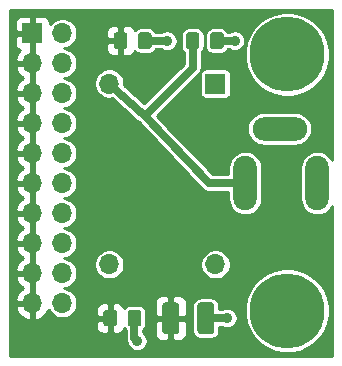
<source format=gtl>
G04 #@! TF.GenerationSoftware,KiCad,Pcbnew,(5.1.5)-3*
G04 #@! TF.CreationDate,2021-08-21T09:30:28-04:00*
G04 #@! TF.ProjectId,MINI360,4d494e49-3336-4302-9e6b-696361645f70,X1*
G04 #@! TF.SameCoordinates,Original*
G04 #@! TF.FileFunction,Copper,L1,Top*
G04 #@! TF.FilePolarity,Positive*
%FSLAX46Y46*%
G04 Gerber Fmt 4.6, Leading zero omitted, Abs format (unit mm)*
G04 Created by KiCad (PCBNEW (5.1.5)-3) date 2021-08-21 09:30:28*
%MOMM*%
%LPD*%
G04 APERTURE LIST*
%ADD10C,6.350000*%
%ADD11C,0.150000*%
%ADD12O,2.000000X4.600000*%
%ADD13O,4.600000X2.000000*%
%ADD14R,1.700000X1.700000*%
%ADD15O,1.700000X1.700000*%
%ADD16C,0.889000*%
%ADD17C,1.397000*%
%ADD18C,0.635000*%
%ADD19C,0.254000*%
G04 APERTURE END LIST*
D10*
X110490000Y-26035000D03*
X110490000Y-4348000D03*
G04 #@! TA.AperFunction,SMDPad,CuDef*
D11*
G36*
X104879505Y-2476204D02*
G01*
X104903773Y-2479804D01*
X104927572Y-2485765D01*
X104950671Y-2494030D01*
X104972850Y-2504520D01*
X104993893Y-2517132D01*
X105013599Y-2531747D01*
X105031777Y-2548223D01*
X105048253Y-2566401D01*
X105062868Y-2586107D01*
X105075480Y-2607150D01*
X105085970Y-2629329D01*
X105094235Y-2652428D01*
X105100196Y-2676227D01*
X105103796Y-2700495D01*
X105105000Y-2724999D01*
X105105000Y-3625001D01*
X105103796Y-3649505D01*
X105100196Y-3673773D01*
X105094235Y-3697572D01*
X105085970Y-3720671D01*
X105075480Y-3742850D01*
X105062868Y-3763893D01*
X105048253Y-3783599D01*
X105031777Y-3801777D01*
X105013599Y-3818253D01*
X104993893Y-3832868D01*
X104972850Y-3845480D01*
X104950671Y-3855970D01*
X104927572Y-3864235D01*
X104903773Y-3870196D01*
X104879505Y-3873796D01*
X104855001Y-3875000D01*
X104204999Y-3875000D01*
X104180495Y-3873796D01*
X104156227Y-3870196D01*
X104132428Y-3864235D01*
X104109329Y-3855970D01*
X104087150Y-3845480D01*
X104066107Y-3832868D01*
X104046401Y-3818253D01*
X104028223Y-3801777D01*
X104011747Y-3783599D01*
X103997132Y-3763893D01*
X103984520Y-3742850D01*
X103974030Y-3720671D01*
X103965765Y-3697572D01*
X103959804Y-3673773D01*
X103956204Y-3649505D01*
X103955000Y-3625001D01*
X103955000Y-2724999D01*
X103956204Y-2700495D01*
X103959804Y-2676227D01*
X103965765Y-2652428D01*
X103974030Y-2629329D01*
X103984520Y-2607150D01*
X103997132Y-2586107D01*
X104011747Y-2566401D01*
X104028223Y-2548223D01*
X104046401Y-2531747D01*
X104066107Y-2517132D01*
X104087150Y-2504520D01*
X104109329Y-2494030D01*
X104132428Y-2485765D01*
X104156227Y-2479804D01*
X104180495Y-2476204D01*
X104204999Y-2475000D01*
X104855001Y-2475000D01*
X104879505Y-2476204D01*
G37*
G04 #@! TD.AperFunction*
G04 #@! TA.AperFunction,SMDPad,CuDef*
G36*
X102829505Y-2476204D02*
G01*
X102853773Y-2479804D01*
X102877572Y-2485765D01*
X102900671Y-2494030D01*
X102922850Y-2504520D01*
X102943893Y-2517132D01*
X102963599Y-2531747D01*
X102981777Y-2548223D01*
X102998253Y-2566401D01*
X103012868Y-2586107D01*
X103025480Y-2607150D01*
X103035970Y-2629329D01*
X103044235Y-2652428D01*
X103050196Y-2676227D01*
X103053796Y-2700495D01*
X103055000Y-2724999D01*
X103055000Y-3625001D01*
X103053796Y-3649505D01*
X103050196Y-3673773D01*
X103044235Y-3697572D01*
X103035970Y-3720671D01*
X103025480Y-3742850D01*
X103012868Y-3763893D01*
X102998253Y-3783599D01*
X102981777Y-3801777D01*
X102963599Y-3818253D01*
X102943893Y-3832868D01*
X102922850Y-3845480D01*
X102900671Y-3855970D01*
X102877572Y-3864235D01*
X102853773Y-3870196D01*
X102829505Y-3873796D01*
X102805001Y-3875000D01*
X102154999Y-3875000D01*
X102130495Y-3873796D01*
X102106227Y-3870196D01*
X102082428Y-3864235D01*
X102059329Y-3855970D01*
X102037150Y-3845480D01*
X102016107Y-3832868D01*
X101996401Y-3818253D01*
X101978223Y-3801777D01*
X101961747Y-3783599D01*
X101947132Y-3763893D01*
X101934520Y-3742850D01*
X101924030Y-3720671D01*
X101915765Y-3697572D01*
X101909804Y-3673773D01*
X101906204Y-3649505D01*
X101905000Y-3625001D01*
X101905000Y-2724999D01*
X101906204Y-2700495D01*
X101909804Y-2676227D01*
X101915765Y-2652428D01*
X101924030Y-2629329D01*
X101934520Y-2607150D01*
X101947132Y-2586107D01*
X101961747Y-2566401D01*
X101978223Y-2548223D01*
X101996401Y-2531747D01*
X102016107Y-2517132D01*
X102037150Y-2504520D01*
X102059329Y-2494030D01*
X102082428Y-2485765D01*
X102106227Y-2479804D01*
X102130495Y-2476204D01*
X102154999Y-2475000D01*
X102805001Y-2475000D01*
X102829505Y-2476204D01*
G37*
G04 #@! TD.AperFunction*
G04 #@! TA.AperFunction,SMDPad,CuDef*
G36*
X97894505Y-25971204D02*
G01*
X97918773Y-25974804D01*
X97942572Y-25980765D01*
X97965671Y-25989030D01*
X97987850Y-25999520D01*
X98008893Y-26012132D01*
X98028599Y-26026747D01*
X98046777Y-26043223D01*
X98063253Y-26061401D01*
X98077868Y-26081107D01*
X98090480Y-26102150D01*
X98100970Y-26124329D01*
X98109235Y-26147428D01*
X98115196Y-26171227D01*
X98118796Y-26195495D01*
X98120000Y-26219999D01*
X98120000Y-27120001D01*
X98118796Y-27144505D01*
X98115196Y-27168773D01*
X98109235Y-27192572D01*
X98100970Y-27215671D01*
X98090480Y-27237850D01*
X98077868Y-27258893D01*
X98063253Y-27278599D01*
X98046777Y-27296777D01*
X98028599Y-27313253D01*
X98008893Y-27327868D01*
X97987850Y-27340480D01*
X97965671Y-27350970D01*
X97942572Y-27359235D01*
X97918773Y-27365196D01*
X97894505Y-27368796D01*
X97870001Y-27370000D01*
X97219999Y-27370000D01*
X97195495Y-27368796D01*
X97171227Y-27365196D01*
X97147428Y-27359235D01*
X97124329Y-27350970D01*
X97102150Y-27340480D01*
X97081107Y-27327868D01*
X97061401Y-27313253D01*
X97043223Y-27296777D01*
X97026747Y-27278599D01*
X97012132Y-27258893D01*
X96999520Y-27237850D01*
X96989030Y-27215671D01*
X96980765Y-27192572D01*
X96974804Y-27168773D01*
X96971204Y-27144505D01*
X96970000Y-27120001D01*
X96970000Y-26219999D01*
X96971204Y-26195495D01*
X96974804Y-26171227D01*
X96980765Y-26147428D01*
X96989030Y-26124329D01*
X96999520Y-26102150D01*
X97012132Y-26081107D01*
X97026747Y-26061401D01*
X97043223Y-26043223D01*
X97061401Y-26026747D01*
X97081107Y-26012132D01*
X97102150Y-25999520D01*
X97124329Y-25989030D01*
X97147428Y-25980765D01*
X97171227Y-25974804D01*
X97195495Y-25971204D01*
X97219999Y-25970000D01*
X97870001Y-25970000D01*
X97894505Y-25971204D01*
G37*
G04 #@! TD.AperFunction*
G04 #@! TA.AperFunction,SMDPad,CuDef*
G36*
X95844505Y-25971204D02*
G01*
X95868773Y-25974804D01*
X95892572Y-25980765D01*
X95915671Y-25989030D01*
X95937850Y-25999520D01*
X95958893Y-26012132D01*
X95978599Y-26026747D01*
X95996777Y-26043223D01*
X96013253Y-26061401D01*
X96027868Y-26081107D01*
X96040480Y-26102150D01*
X96050970Y-26124329D01*
X96059235Y-26147428D01*
X96065196Y-26171227D01*
X96068796Y-26195495D01*
X96070000Y-26219999D01*
X96070000Y-27120001D01*
X96068796Y-27144505D01*
X96065196Y-27168773D01*
X96059235Y-27192572D01*
X96050970Y-27215671D01*
X96040480Y-27237850D01*
X96027868Y-27258893D01*
X96013253Y-27278599D01*
X95996777Y-27296777D01*
X95978599Y-27313253D01*
X95958893Y-27327868D01*
X95937850Y-27340480D01*
X95915671Y-27350970D01*
X95892572Y-27359235D01*
X95868773Y-27365196D01*
X95844505Y-27368796D01*
X95820001Y-27370000D01*
X95169999Y-27370000D01*
X95145495Y-27368796D01*
X95121227Y-27365196D01*
X95097428Y-27359235D01*
X95074329Y-27350970D01*
X95052150Y-27340480D01*
X95031107Y-27327868D01*
X95011401Y-27313253D01*
X94993223Y-27296777D01*
X94976747Y-27278599D01*
X94962132Y-27258893D01*
X94949520Y-27237850D01*
X94939030Y-27215671D01*
X94930765Y-27192572D01*
X94924804Y-27168773D01*
X94921204Y-27144505D01*
X94920000Y-27120001D01*
X94920000Y-26219999D01*
X94921204Y-26195495D01*
X94924804Y-26171227D01*
X94930765Y-26147428D01*
X94939030Y-26124329D01*
X94949520Y-26102150D01*
X94962132Y-26081107D01*
X94976747Y-26061401D01*
X94993223Y-26043223D01*
X95011401Y-26026747D01*
X95031107Y-26012132D01*
X95052150Y-25999520D01*
X95074329Y-25989030D01*
X95097428Y-25980765D01*
X95121227Y-25974804D01*
X95145495Y-25971204D01*
X95169999Y-25970000D01*
X95820001Y-25970000D01*
X95844505Y-25971204D01*
G37*
G04 #@! TD.AperFunction*
G04 #@! TA.AperFunction,SMDPad,CuDef*
G36*
X101107504Y-25346204D02*
G01*
X101131773Y-25349804D01*
X101155571Y-25355765D01*
X101178671Y-25364030D01*
X101200849Y-25374520D01*
X101221893Y-25387133D01*
X101241598Y-25401747D01*
X101259777Y-25418223D01*
X101276253Y-25436402D01*
X101290867Y-25456107D01*
X101303480Y-25477151D01*
X101313970Y-25499329D01*
X101322235Y-25522429D01*
X101328196Y-25546227D01*
X101331796Y-25570496D01*
X101333000Y-25595000D01*
X101333000Y-27745000D01*
X101331796Y-27769504D01*
X101328196Y-27793773D01*
X101322235Y-27817571D01*
X101313970Y-27840671D01*
X101303480Y-27862849D01*
X101290867Y-27883893D01*
X101276253Y-27903598D01*
X101259777Y-27921777D01*
X101241598Y-27938253D01*
X101221893Y-27952867D01*
X101200849Y-27965480D01*
X101178671Y-27975970D01*
X101155571Y-27984235D01*
X101131773Y-27990196D01*
X101107504Y-27993796D01*
X101083000Y-27995000D01*
X100158000Y-27995000D01*
X100133496Y-27993796D01*
X100109227Y-27990196D01*
X100085429Y-27984235D01*
X100062329Y-27975970D01*
X100040151Y-27965480D01*
X100019107Y-27952867D01*
X99999402Y-27938253D01*
X99981223Y-27921777D01*
X99964747Y-27903598D01*
X99950133Y-27883893D01*
X99937520Y-27862849D01*
X99927030Y-27840671D01*
X99918765Y-27817571D01*
X99912804Y-27793773D01*
X99909204Y-27769504D01*
X99908000Y-27745000D01*
X99908000Y-25595000D01*
X99909204Y-25570496D01*
X99912804Y-25546227D01*
X99918765Y-25522429D01*
X99927030Y-25499329D01*
X99937520Y-25477151D01*
X99950133Y-25456107D01*
X99964747Y-25436402D01*
X99981223Y-25418223D01*
X99999402Y-25401747D01*
X100019107Y-25387133D01*
X100040151Y-25374520D01*
X100062329Y-25364030D01*
X100085429Y-25355765D01*
X100109227Y-25349804D01*
X100133496Y-25346204D01*
X100158000Y-25345000D01*
X101083000Y-25345000D01*
X101107504Y-25346204D01*
G37*
G04 #@! TD.AperFunction*
G04 #@! TA.AperFunction,SMDPad,CuDef*
G36*
X104082504Y-25346204D02*
G01*
X104106773Y-25349804D01*
X104130571Y-25355765D01*
X104153671Y-25364030D01*
X104175849Y-25374520D01*
X104196893Y-25387133D01*
X104216598Y-25401747D01*
X104234777Y-25418223D01*
X104251253Y-25436402D01*
X104265867Y-25456107D01*
X104278480Y-25477151D01*
X104288970Y-25499329D01*
X104297235Y-25522429D01*
X104303196Y-25546227D01*
X104306796Y-25570496D01*
X104308000Y-25595000D01*
X104308000Y-27745000D01*
X104306796Y-27769504D01*
X104303196Y-27793773D01*
X104297235Y-27817571D01*
X104288970Y-27840671D01*
X104278480Y-27862849D01*
X104265867Y-27883893D01*
X104251253Y-27903598D01*
X104234777Y-27921777D01*
X104216598Y-27938253D01*
X104196893Y-27952867D01*
X104175849Y-27965480D01*
X104153671Y-27975970D01*
X104130571Y-27984235D01*
X104106773Y-27990196D01*
X104082504Y-27993796D01*
X104058000Y-27995000D01*
X103133000Y-27995000D01*
X103108496Y-27993796D01*
X103084227Y-27990196D01*
X103060429Y-27984235D01*
X103037329Y-27975970D01*
X103015151Y-27965480D01*
X102994107Y-27952867D01*
X102974402Y-27938253D01*
X102956223Y-27921777D01*
X102939747Y-27903598D01*
X102925133Y-27883893D01*
X102912520Y-27862849D01*
X102902030Y-27840671D01*
X102893765Y-27817571D01*
X102887804Y-27793773D01*
X102884204Y-27769504D01*
X102883000Y-27745000D01*
X102883000Y-25595000D01*
X102884204Y-25570496D01*
X102887804Y-25546227D01*
X102893765Y-25522429D01*
X102902030Y-25499329D01*
X102912520Y-25477151D01*
X102925133Y-25456107D01*
X102939747Y-25436402D01*
X102956223Y-25418223D01*
X102974402Y-25401747D01*
X102994107Y-25387133D01*
X103015151Y-25374520D01*
X103037329Y-25364030D01*
X103060429Y-25355765D01*
X103084227Y-25349804D01*
X103108496Y-25346204D01*
X103133000Y-25345000D01*
X104058000Y-25345000D01*
X104082504Y-25346204D01*
G37*
G04 #@! TD.AperFunction*
G04 #@! TA.AperFunction,SMDPad,CuDef*
G36*
X96724505Y-2476204D02*
G01*
X96748773Y-2479804D01*
X96772572Y-2485765D01*
X96795671Y-2494030D01*
X96817850Y-2504520D01*
X96838893Y-2517132D01*
X96858599Y-2531747D01*
X96876777Y-2548223D01*
X96893253Y-2566401D01*
X96907868Y-2586107D01*
X96920480Y-2607150D01*
X96930970Y-2629329D01*
X96939235Y-2652428D01*
X96945196Y-2676227D01*
X96948796Y-2700495D01*
X96950000Y-2724999D01*
X96950000Y-3625001D01*
X96948796Y-3649505D01*
X96945196Y-3673773D01*
X96939235Y-3697572D01*
X96930970Y-3720671D01*
X96920480Y-3742850D01*
X96907868Y-3763893D01*
X96893253Y-3783599D01*
X96876777Y-3801777D01*
X96858599Y-3818253D01*
X96838893Y-3832868D01*
X96817850Y-3845480D01*
X96795671Y-3855970D01*
X96772572Y-3864235D01*
X96748773Y-3870196D01*
X96724505Y-3873796D01*
X96700001Y-3875000D01*
X96049999Y-3875000D01*
X96025495Y-3873796D01*
X96001227Y-3870196D01*
X95977428Y-3864235D01*
X95954329Y-3855970D01*
X95932150Y-3845480D01*
X95911107Y-3832868D01*
X95891401Y-3818253D01*
X95873223Y-3801777D01*
X95856747Y-3783599D01*
X95842132Y-3763893D01*
X95829520Y-3742850D01*
X95819030Y-3720671D01*
X95810765Y-3697572D01*
X95804804Y-3673773D01*
X95801204Y-3649505D01*
X95800000Y-3625001D01*
X95800000Y-2724999D01*
X95801204Y-2700495D01*
X95804804Y-2676227D01*
X95810765Y-2652428D01*
X95819030Y-2629329D01*
X95829520Y-2607150D01*
X95842132Y-2586107D01*
X95856747Y-2566401D01*
X95873223Y-2548223D01*
X95891401Y-2531747D01*
X95911107Y-2517132D01*
X95932150Y-2504520D01*
X95954329Y-2494030D01*
X95977428Y-2485765D01*
X96001227Y-2479804D01*
X96025495Y-2476204D01*
X96049999Y-2475000D01*
X96700001Y-2475000D01*
X96724505Y-2476204D01*
G37*
G04 #@! TD.AperFunction*
G04 #@! TA.AperFunction,SMDPad,CuDef*
G36*
X98774505Y-2476204D02*
G01*
X98798773Y-2479804D01*
X98822572Y-2485765D01*
X98845671Y-2494030D01*
X98867850Y-2504520D01*
X98888893Y-2517132D01*
X98908599Y-2531747D01*
X98926777Y-2548223D01*
X98943253Y-2566401D01*
X98957868Y-2586107D01*
X98970480Y-2607150D01*
X98980970Y-2629329D01*
X98989235Y-2652428D01*
X98995196Y-2676227D01*
X98998796Y-2700495D01*
X99000000Y-2724999D01*
X99000000Y-3625001D01*
X98998796Y-3649505D01*
X98995196Y-3673773D01*
X98989235Y-3697572D01*
X98980970Y-3720671D01*
X98970480Y-3742850D01*
X98957868Y-3763893D01*
X98943253Y-3783599D01*
X98926777Y-3801777D01*
X98908599Y-3818253D01*
X98888893Y-3832868D01*
X98867850Y-3845480D01*
X98845671Y-3855970D01*
X98822572Y-3864235D01*
X98798773Y-3870196D01*
X98774505Y-3873796D01*
X98750001Y-3875000D01*
X98099999Y-3875000D01*
X98075495Y-3873796D01*
X98051227Y-3870196D01*
X98027428Y-3864235D01*
X98004329Y-3855970D01*
X97982150Y-3845480D01*
X97961107Y-3832868D01*
X97941401Y-3818253D01*
X97923223Y-3801777D01*
X97906747Y-3783599D01*
X97892132Y-3763893D01*
X97879520Y-3742850D01*
X97869030Y-3720671D01*
X97860765Y-3697572D01*
X97854804Y-3673773D01*
X97851204Y-3649505D01*
X97850000Y-3625001D01*
X97850000Y-2724999D01*
X97851204Y-2700495D01*
X97854804Y-2676227D01*
X97860765Y-2652428D01*
X97869030Y-2629329D01*
X97879520Y-2607150D01*
X97892132Y-2586107D01*
X97906747Y-2566401D01*
X97923223Y-2548223D01*
X97941401Y-2531747D01*
X97961107Y-2517132D01*
X97982150Y-2504520D01*
X98004329Y-2494030D01*
X98027428Y-2485765D01*
X98051227Y-2479804D01*
X98075495Y-2476204D01*
X98099999Y-2475000D01*
X98750001Y-2475000D01*
X98774505Y-2476204D01*
G37*
G04 #@! TD.AperFunction*
D12*
X113030000Y-15240000D03*
X106930000Y-15240000D03*
D13*
X109830000Y-10640000D03*
D14*
X104410000Y-6815000D03*
D15*
X104410000Y-22115000D03*
X95410000Y-6815000D03*
X95410000Y-22115000D03*
D14*
X88900000Y-2540000D03*
D15*
X91440000Y-2540000D03*
X88900000Y-5080000D03*
X91440000Y-5080000D03*
X88900000Y-7620000D03*
X91440000Y-7620000D03*
X88900000Y-10160000D03*
X91440000Y-10160000D03*
X88900000Y-12700000D03*
X91440000Y-12700000D03*
X88900000Y-15240000D03*
X91440000Y-15240000D03*
X88900000Y-17780000D03*
X91440000Y-17780000D03*
X88900000Y-20320000D03*
X91440000Y-20320000D03*
X88900000Y-22860000D03*
X91440000Y-22860000D03*
X88900000Y-25400000D03*
X91440000Y-25400000D03*
D16*
X100330000Y-3175000D03*
X106045000Y-3175000D03*
X97790000Y-28575000D03*
X105410000Y-26670000D03*
D17*
X93345000Y-16510000D03*
D18*
X104530000Y-3175000D02*
X106045000Y-3175000D01*
X98425000Y-3175000D02*
X100330000Y-3175000D01*
X97545000Y-26670000D02*
X97545000Y-28330000D01*
X97545000Y-28330000D02*
X97790000Y-28575000D01*
X103595500Y-26670000D02*
X105410000Y-26670000D01*
X91195000Y-25645000D02*
X91440000Y-25400000D01*
X102480000Y-3175000D02*
X102480000Y-4200000D01*
X106930000Y-15240000D02*
X103835000Y-15240000D01*
X102480000Y-5470000D02*
X98425000Y-9525000D01*
X102480000Y-3175000D02*
X102480000Y-5470000D01*
X103835000Y-15240000D02*
X98425000Y-9525000D01*
X98425000Y-9525000D02*
X95410000Y-6815000D01*
D19*
G36*
X114312700Y-13302409D02*
G01*
X114226258Y-13140686D01*
X114047334Y-12922666D01*
X113829314Y-12743742D01*
X113580577Y-12610790D01*
X113310682Y-12528918D01*
X113030000Y-12501273D01*
X112749319Y-12528918D01*
X112479424Y-12610790D01*
X112230687Y-12743742D01*
X112012667Y-12922666D01*
X111833743Y-13140686D01*
X111700791Y-13389423D01*
X111618919Y-13659318D01*
X111598201Y-13869670D01*
X111598200Y-16610329D01*
X111618918Y-16820681D01*
X111700790Y-17090576D01*
X111833742Y-17339313D01*
X112012666Y-17557333D01*
X112230686Y-17736258D01*
X112479423Y-17869210D01*
X112749318Y-17951082D01*
X113030000Y-17978727D01*
X113310681Y-17951082D01*
X113580576Y-17869210D01*
X113829313Y-17736258D01*
X114047333Y-17557334D01*
X114226258Y-17339314D01*
X114312701Y-17177590D01*
X114312701Y-29857700D01*
X86982300Y-29857700D01*
X86982300Y-27370000D01*
X94281928Y-27370000D01*
X94294188Y-27494482D01*
X94330498Y-27614180D01*
X94389463Y-27724494D01*
X94468815Y-27821185D01*
X94565506Y-27900537D01*
X94675820Y-27959502D01*
X94795518Y-27995812D01*
X94920000Y-28008072D01*
X95209250Y-28005000D01*
X95368000Y-27846250D01*
X95368000Y-26797000D01*
X94443750Y-26797000D01*
X94285000Y-26955750D01*
X94281928Y-27370000D01*
X86982300Y-27370000D01*
X86982300Y-25756890D01*
X87458524Y-25756890D01*
X87503175Y-25904099D01*
X87628359Y-26166920D01*
X87802412Y-26400269D01*
X88018645Y-26595178D01*
X88268748Y-26744157D01*
X88543109Y-26841481D01*
X88773000Y-26720814D01*
X88773000Y-25527000D01*
X87579845Y-25527000D01*
X87458524Y-25756890D01*
X86982300Y-25756890D01*
X86982300Y-23216890D01*
X87458524Y-23216890D01*
X87503175Y-23364099D01*
X87628359Y-23626920D01*
X87802412Y-23860269D01*
X88018645Y-24055178D01*
X88144255Y-24130000D01*
X88018645Y-24204822D01*
X87802412Y-24399731D01*
X87628359Y-24633080D01*
X87503175Y-24895901D01*
X87458524Y-25043110D01*
X87579845Y-25273000D01*
X88773000Y-25273000D01*
X88773000Y-22987000D01*
X87579845Y-22987000D01*
X87458524Y-23216890D01*
X86982300Y-23216890D01*
X86982300Y-20676890D01*
X87458524Y-20676890D01*
X87503175Y-20824099D01*
X87628359Y-21086920D01*
X87802412Y-21320269D01*
X88018645Y-21515178D01*
X88144255Y-21590000D01*
X88018645Y-21664822D01*
X87802412Y-21859731D01*
X87628359Y-22093080D01*
X87503175Y-22355901D01*
X87458524Y-22503110D01*
X87579845Y-22733000D01*
X88773000Y-22733000D01*
X88773000Y-20447000D01*
X87579845Y-20447000D01*
X87458524Y-20676890D01*
X86982300Y-20676890D01*
X86982300Y-18136890D01*
X87458524Y-18136890D01*
X87503175Y-18284099D01*
X87628359Y-18546920D01*
X87802412Y-18780269D01*
X88018645Y-18975178D01*
X88144255Y-19050000D01*
X88018645Y-19124822D01*
X87802412Y-19319731D01*
X87628359Y-19553080D01*
X87503175Y-19815901D01*
X87458524Y-19963110D01*
X87579845Y-20193000D01*
X88773000Y-20193000D01*
X88773000Y-17907000D01*
X87579845Y-17907000D01*
X87458524Y-18136890D01*
X86982300Y-18136890D01*
X86982300Y-15596890D01*
X87458524Y-15596890D01*
X87503175Y-15744099D01*
X87628359Y-16006920D01*
X87802412Y-16240269D01*
X88018645Y-16435178D01*
X88144255Y-16510000D01*
X88018645Y-16584822D01*
X87802412Y-16779731D01*
X87628359Y-17013080D01*
X87503175Y-17275901D01*
X87458524Y-17423110D01*
X87579845Y-17653000D01*
X88773000Y-17653000D01*
X88773000Y-15367000D01*
X87579845Y-15367000D01*
X87458524Y-15596890D01*
X86982300Y-15596890D01*
X86982300Y-13056890D01*
X87458524Y-13056890D01*
X87503175Y-13204099D01*
X87628359Y-13466920D01*
X87802412Y-13700269D01*
X88018645Y-13895178D01*
X88144255Y-13970000D01*
X88018645Y-14044822D01*
X87802412Y-14239731D01*
X87628359Y-14473080D01*
X87503175Y-14735901D01*
X87458524Y-14883110D01*
X87579845Y-15113000D01*
X88773000Y-15113000D01*
X88773000Y-12827000D01*
X87579845Y-12827000D01*
X87458524Y-13056890D01*
X86982300Y-13056890D01*
X86982300Y-10516890D01*
X87458524Y-10516890D01*
X87503175Y-10664099D01*
X87628359Y-10926920D01*
X87802412Y-11160269D01*
X88018645Y-11355178D01*
X88144255Y-11430000D01*
X88018645Y-11504822D01*
X87802412Y-11699731D01*
X87628359Y-11933080D01*
X87503175Y-12195901D01*
X87458524Y-12343110D01*
X87579845Y-12573000D01*
X88773000Y-12573000D01*
X88773000Y-10287000D01*
X87579845Y-10287000D01*
X87458524Y-10516890D01*
X86982300Y-10516890D01*
X86982300Y-7976890D01*
X87458524Y-7976890D01*
X87503175Y-8124099D01*
X87628359Y-8386920D01*
X87802412Y-8620269D01*
X88018645Y-8815178D01*
X88144255Y-8890000D01*
X88018645Y-8964822D01*
X87802412Y-9159731D01*
X87628359Y-9393080D01*
X87503175Y-9655901D01*
X87458524Y-9803110D01*
X87579845Y-10033000D01*
X88773000Y-10033000D01*
X88773000Y-7747000D01*
X87579845Y-7747000D01*
X87458524Y-7976890D01*
X86982300Y-7976890D01*
X86982300Y-5436890D01*
X87458524Y-5436890D01*
X87503175Y-5584099D01*
X87628359Y-5846920D01*
X87802412Y-6080269D01*
X88018645Y-6275178D01*
X88144255Y-6350000D01*
X88018645Y-6424822D01*
X87802412Y-6619731D01*
X87628359Y-6853080D01*
X87503175Y-7115901D01*
X87458524Y-7263110D01*
X87579845Y-7493000D01*
X88773000Y-7493000D01*
X88773000Y-5207000D01*
X87579845Y-5207000D01*
X87458524Y-5436890D01*
X86982300Y-5436890D01*
X86982300Y-3390000D01*
X87411928Y-3390000D01*
X87424188Y-3514482D01*
X87460498Y-3634180D01*
X87519463Y-3744494D01*
X87598815Y-3841185D01*
X87695506Y-3920537D01*
X87805820Y-3979502D01*
X87886466Y-4003966D01*
X87802412Y-4079731D01*
X87628359Y-4313080D01*
X87503175Y-4575901D01*
X87458524Y-4723110D01*
X87579845Y-4953000D01*
X88773000Y-4953000D01*
X88773000Y-2667000D01*
X87573750Y-2667000D01*
X87415000Y-2825750D01*
X87411928Y-3390000D01*
X86982300Y-3390000D01*
X86982300Y-1690000D01*
X87411928Y-1690000D01*
X87415000Y-2254250D01*
X87573750Y-2413000D01*
X88773000Y-2413000D01*
X88773000Y-1213750D01*
X89027000Y-1213750D01*
X89027000Y-2413000D01*
X89047000Y-2413000D01*
X89047000Y-2667000D01*
X89027000Y-2667000D01*
X89027000Y-4953000D01*
X89047000Y-4953000D01*
X89047000Y-5207000D01*
X89027000Y-5207000D01*
X89027000Y-7493000D01*
X89047000Y-7493000D01*
X89047000Y-7747000D01*
X89027000Y-7747000D01*
X89027000Y-10033000D01*
X89047000Y-10033000D01*
X89047000Y-10287000D01*
X89027000Y-10287000D01*
X89027000Y-12573000D01*
X89047000Y-12573000D01*
X89047000Y-12827000D01*
X89027000Y-12827000D01*
X89027000Y-15113000D01*
X89047000Y-15113000D01*
X89047000Y-15367000D01*
X89027000Y-15367000D01*
X89027000Y-17653000D01*
X89047000Y-17653000D01*
X89047000Y-17907000D01*
X89027000Y-17907000D01*
X89027000Y-20193000D01*
X89047000Y-20193000D01*
X89047000Y-20447000D01*
X89027000Y-20447000D01*
X89027000Y-22733000D01*
X89047000Y-22733000D01*
X89047000Y-22987000D01*
X89027000Y-22987000D01*
X89027000Y-25273000D01*
X89047000Y-25273000D01*
X89047000Y-25527000D01*
X89027000Y-25527000D01*
X89027000Y-26720814D01*
X89256891Y-26841481D01*
X89531252Y-26744157D01*
X89781355Y-26595178D01*
X89997588Y-26400269D01*
X90171641Y-26166920D01*
X90277875Y-25943885D01*
X90304084Y-26007160D01*
X90444361Y-26217100D01*
X90622900Y-26395639D01*
X90832840Y-26535916D01*
X91066113Y-26632541D01*
X91313754Y-26681800D01*
X91566246Y-26681800D01*
X91813887Y-26632541D01*
X92047160Y-26535916D01*
X92257100Y-26395639D01*
X92435639Y-26217100D01*
X92575916Y-26007160D01*
X92591308Y-25970000D01*
X94281928Y-25970000D01*
X94285000Y-26384250D01*
X94443750Y-26543000D01*
X95368000Y-26543000D01*
X95368000Y-25493750D01*
X95622000Y-25493750D01*
X95622000Y-26543000D01*
X95642000Y-26543000D01*
X95642000Y-26797000D01*
X95622000Y-26797000D01*
X95622000Y-27846250D01*
X95780750Y-28005000D01*
X96070000Y-28008072D01*
X96194482Y-27995812D01*
X96314180Y-27959502D01*
X96424494Y-27900537D01*
X96521185Y-27821185D01*
X96600537Y-27724494D01*
X96659502Y-27614180D01*
X96682607Y-27538015D01*
X96736417Y-27603583D01*
X96795701Y-27652236D01*
X96795701Y-28293195D01*
X96792076Y-28330000D01*
X96806543Y-28476887D01*
X96849388Y-28618131D01*
X96918966Y-28748303D01*
X96934856Y-28767665D01*
X96947376Y-28830607D01*
X97013433Y-28990084D01*
X97109333Y-29133609D01*
X97231391Y-29255667D01*
X97374916Y-29351567D01*
X97534393Y-29417624D01*
X97703692Y-29451300D01*
X97876308Y-29451300D01*
X98045607Y-29417624D01*
X98205084Y-29351567D01*
X98348609Y-29255667D01*
X98470667Y-29133609D01*
X98566567Y-28990084D01*
X98632624Y-28830607D01*
X98666300Y-28661308D01*
X98666300Y-28488692D01*
X98632624Y-28319393D01*
X98566567Y-28159916D01*
X98470667Y-28016391D01*
X98449276Y-27995000D01*
X99269928Y-27995000D01*
X99282188Y-28119482D01*
X99318498Y-28239180D01*
X99377463Y-28349494D01*
X99456815Y-28446185D01*
X99553506Y-28525537D01*
X99663820Y-28584502D01*
X99783518Y-28620812D01*
X99908000Y-28633072D01*
X100334750Y-28630000D01*
X100493500Y-28471250D01*
X100493500Y-26797000D01*
X100747500Y-26797000D01*
X100747500Y-28471250D01*
X100906250Y-28630000D01*
X101333000Y-28633072D01*
X101457482Y-28620812D01*
X101577180Y-28584502D01*
X101687494Y-28525537D01*
X101784185Y-28446185D01*
X101863537Y-28349494D01*
X101922502Y-28239180D01*
X101958812Y-28119482D01*
X101971072Y-27995000D01*
X101968000Y-26955750D01*
X101809250Y-26797000D01*
X100747500Y-26797000D01*
X100493500Y-26797000D01*
X99431750Y-26797000D01*
X99273000Y-26955750D01*
X99269928Y-27995000D01*
X98449276Y-27995000D01*
X98348609Y-27894333D01*
X98294300Y-27858045D01*
X98294300Y-27652235D01*
X98353583Y-27603583D01*
X98438633Y-27499949D01*
X98501831Y-27381714D01*
X98540748Y-27253421D01*
X98553889Y-27120001D01*
X98553889Y-26219999D01*
X98540748Y-26086579D01*
X98501831Y-25958286D01*
X98438633Y-25840051D01*
X98353583Y-25736417D01*
X98249949Y-25651367D01*
X98131714Y-25588169D01*
X98003421Y-25549252D01*
X97870001Y-25536111D01*
X97219999Y-25536111D01*
X97086579Y-25549252D01*
X96958286Y-25588169D01*
X96840051Y-25651367D01*
X96736417Y-25736417D01*
X96682607Y-25801985D01*
X96659502Y-25725820D01*
X96600537Y-25615506D01*
X96521185Y-25518815D01*
X96424494Y-25439463D01*
X96314180Y-25380498D01*
X96197159Y-25345000D01*
X99269928Y-25345000D01*
X99273000Y-26384250D01*
X99431750Y-26543000D01*
X100493500Y-26543000D01*
X100493500Y-24868750D01*
X100747500Y-24868750D01*
X100747500Y-26543000D01*
X101809250Y-26543000D01*
X101968000Y-26384250D01*
X101970333Y-25595000D01*
X102449111Y-25595000D01*
X102449111Y-27745000D01*
X102462252Y-27878420D01*
X102501169Y-28006713D01*
X102564367Y-28124948D01*
X102649417Y-28228583D01*
X102753052Y-28313633D01*
X102871287Y-28376831D01*
X102999580Y-28415748D01*
X103133000Y-28428889D01*
X104058000Y-28428889D01*
X104191420Y-28415748D01*
X104319713Y-28376831D01*
X104437948Y-28313633D01*
X104541583Y-28228583D01*
X104626633Y-28124948D01*
X104689831Y-28006713D01*
X104728748Y-27878420D01*
X104741889Y-27745000D01*
X104741889Y-27419300D01*
X104954108Y-27419300D01*
X104994916Y-27446567D01*
X105154393Y-27512624D01*
X105323692Y-27546300D01*
X105496308Y-27546300D01*
X105665607Y-27512624D01*
X105825084Y-27446567D01*
X105968609Y-27350667D01*
X106090667Y-27228609D01*
X106186567Y-27085084D01*
X106252624Y-26925607D01*
X106286300Y-26756308D01*
X106286300Y-26583692D01*
X106252624Y-26414393D01*
X106186567Y-26254916D01*
X106090667Y-26111391D01*
X105968609Y-25989333D01*
X105825084Y-25893433D01*
X105665607Y-25827376D01*
X105496308Y-25793700D01*
X105323692Y-25793700D01*
X105154393Y-25827376D01*
X104994916Y-25893433D01*
X104954108Y-25920700D01*
X104741889Y-25920700D01*
X104741889Y-25679761D01*
X106883200Y-25679761D01*
X106883200Y-26390239D01*
X107021807Y-27087065D01*
X107293695Y-27743461D01*
X107688415Y-28334201D01*
X108190799Y-28836585D01*
X108781539Y-29231305D01*
X109437935Y-29503193D01*
X110134761Y-29641800D01*
X110845239Y-29641800D01*
X111542065Y-29503193D01*
X112198461Y-29231305D01*
X112789201Y-28836585D01*
X113291585Y-28334201D01*
X113686305Y-27743461D01*
X113958193Y-27087065D01*
X114096800Y-26390239D01*
X114096800Y-25679761D01*
X113958193Y-24982935D01*
X113686305Y-24326539D01*
X113291585Y-23735799D01*
X112789201Y-23233415D01*
X112198461Y-22838695D01*
X111542065Y-22566807D01*
X110845239Y-22428200D01*
X110134761Y-22428200D01*
X109437935Y-22566807D01*
X108781539Y-22838695D01*
X108190799Y-23233415D01*
X107688415Y-23735799D01*
X107293695Y-24326539D01*
X107021807Y-24982935D01*
X106883200Y-25679761D01*
X104741889Y-25679761D01*
X104741889Y-25595000D01*
X104728748Y-25461580D01*
X104689831Y-25333287D01*
X104626633Y-25215052D01*
X104541583Y-25111417D01*
X104437948Y-25026367D01*
X104319713Y-24963169D01*
X104191420Y-24924252D01*
X104058000Y-24911111D01*
X103133000Y-24911111D01*
X102999580Y-24924252D01*
X102871287Y-24963169D01*
X102753052Y-25026367D01*
X102649417Y-25111417D01*
X102564367Y-25215052D01*
X102501169Y-25333287D01*
X102462252Y-25461580D01*
X102449111Y-25595000D01*
X101970333Y-25595000D01*
X101971072Y-25345000D01*
X101958812Y-25220518D01*
X101922502Y-25100820D01*
X101863537Y-24990506D01*
X101784185Y-24893815D01*
X101687494Y-24814463D01*
X101577180Y-24755498D01*
X101457482Y-24719188D01*
X101333000Y-24706928D01*
X100906250Y-24710000D01*
X100747500Y-24868750D01*
X100493500Y-24868750D01*
X100334750Y-24710000D01*
X99908000Y-24706928D01*
X99783518Y-24719188D01*
X99663820Y-24755498D01*
X99553506Y-24814463D01*
X99456815Y-24893815D01*
X99377463Y-24990506D01*
X99318498Y-25100820D01*
X99282188Y-25220518D01*
X99269928Y-25345000D01*
X96197159Y-25345000D01*
X96194482Y-25344188D01*
X96070000Y-25331928D01*
X95780750Y-25335000D01*
X95622000Y-25493750D01*
X95368000Y-25493750D01*
X95209250Y-25335000D01*
X94920000Y-25331928D01*
X94795518Y-25344188D01*
X94675820Y-25380498D01*
X94565506Y-25439463D01*
X94468815Y-25518815D01*
X94389463Y-25615506D01*
X94330498Y-25725820D01*
X94294188Y-25845518D01*
X94281928Y-25970000D01*
X92591308Y-25970000D01*
X92672541Y-25773887D01*
X92721800Y-25526246D01*
X92721800Y-25273754D01*
X92672541Y-25026113D01*
X92575916Y-24792840D01*
X92435639Y-24582900D01*
X92257100Y-24404361D01*
X92047160Y-24264084D01*
X91813887Y-24167459D01*
X91625568Y-24130000D01*
X91813887Y-24092541D01*
X92047160Y-23995916D01*
X92257100Y-23855639D01*
X92435639Y-23677100D01*
X92575916Y-23467160D01*
X92672541Y-23233887D01*
X92721800Y-22986246D01*
X92721800Y-22733754D01*
X92672541Y-22486113D01*
X92575916Y-22252840D01*
X92435639Y-22042900D01*
X92381493Y-21988754D01*
X94128200Y-21988754D01*
X94128200Y-22241246D01*
X94177459Y-22488887D01*
X94274084Y-22722160D01*
X94414361Y-22932100D01*
X94592900Y-23110639D01*
X94802840Y-23250916D01*
X95036113Y-23347541D01*
X95283754Y-23396800D01*
X95536246Y-23396800D01*
X95783887Y-23347541D01*
X96017160Y-23250916D01*
X96227100Y-23110639D01*
X96405639Y-22932100D01*
X96545916Y-22722160D01*
X96642541Y-22488887D01*
X96691800Y-22241246D01*
X96691800Y-21988754D01*
X103128200Y-21988754D01*
X103128200Y-22241246D01*
X103177459Y-22488887D01*
X103274084Y-22722160D01*
X103414361Y-22932100D01*
X103592900Y-23110639D01*
X103802840Y-23250916D01*
X104036113Y-23347541D01*
X104283754Y-23396800D01*
X104536246Y-23396800D01*
X104783887Y-23347541D01*
X105017160Y-23250916D01*
X105227100Y-23110639D01*
X105405639Y-22932100D01*
X105545916Y-22722160D01*
X105642541Y-22488887D01*
X105691800Y-22241246D01*
X105691800Y-21988754D01*
X105642541Y-21741113D01*
X105545916Y-21507840D01*
X105405639Y-21297900D01*
X105227100Y-21119361D01*
X105017160Y-20979084D01*
X104783887Y-20882459D01*
X104536246Y-20833200D01*
X104283754Y-20833200D01*
X104036113Y-20882459D01*
X103802840Y-20979084D01*
X103592900Y-21119361D01*
X103414361Y-21297900D01*
X103274084Y-21507840D01*
X103177459Y-21741113D01*
X103128200Y-21988754D01*
X96691800Y-21988754D01*
X96642541Y-21741113D01*
X96545916Y-21507840D01*
X96405639Y-21297900D01*
X96227100Y-21119361D01*
X96017160Y-20979084D01*
X95783887Y-20882459D01*
X95536246Y-20833200D01*
X95283754Y-20833200D01*
X95036113Y-20882459D01*
X94802840Y-20979084D01*
X94592900Y-21119361D01*
X94414361Y-21297900D01*
X94274084Y-21507840D01*
X94177459Y-21741113D01*
X94128200Y-21988754D01*
X92381493Y-21988754D01*
X92257100Y-21864361D01*
X92047160Y-21724084D01*
X91813887Y-21627459D01*
X91625568Y-21590000D01*
X91813887Y-21552541D01*
X92047160Y-21455916D01*
X92257100Y-21315639D01*
X92435639Y-21137100D01*
X92575916Y-20927160D01*
X92672541Y-20693887D01*
X92721800Y-20446246D01*
X92721800Y-20193754D01*
X92672541Y-19946113D01*
X92575916Y-19712840D01*
X92435639Y-19502900D01*
X92257100Y-19324361D01*
X92047160Y-19184084D01*
X91813887Y-19087459D01*
X91625568Y-19050000D01*
X91813887Y-19012541D01*
X92047160Y-18915916D01*
X92257100Y-18775639D01*
X92435639Y-18597100D01*
X92575916Y-18387160D01*
X92672541Y-18153887D01*
X92721800Y-17906246D01*
X92721800Y-17653754D01*
X92672541Y-17406113D01*
X92575916Y-17172840D01*
X92435639Y-16962900D01*
X92257100Y-16784361D01*
X92047160Y-16644084D01*
X91813887Y-16547459D01*
X91625568Y-16510000D01*
X91813887Y-16472541D01*
X92047160Y-16375916D01*
X92257100Y-16235639D01*
X92435639Y-16057100D01*
X92575916Y-15847160D01*
X92672541Y-15613887D01*
X92721800Y-15366246D01*
X92721800Y-15113754D01*
X92672541Y-14866113D01*
X92575916Y-14632840D01*
X92435639Y-14422900D01*
X92257100Y-14244361D01*
X92047160Y-14104084D01*
X91813887Y-14007459D01*
X91625568Y-13970000D01*
X91813887Y-13932541D01*
X92047160Y-13835916D01*
X92257100Y-13695639D01*
X92435639Y-13517100D01*
X92575916Y-13307160D01*
X92672541Y-13073887D01*
X92721800Y-12826246D01*
X92721800Y-12573754D01*
X92672541Y-12326113D01*
X92575916Y-12092840D01*
X92435639Y-11882900D01*
X92257100Y-11704361D01*
X92047160Y-11564084D01*
X91813887Y-11467459D01*
X91625568Y-11430000D01*
X91813887Y-11392541D01*
X92047160Y-11295916D01*
X92257100Y-11155639D01*
X92435639Y-10977100D01*
X92575916Y-10767160D01*
X92672541Y-10533887D01*
X92721800Y-10286246D01*
X92721800Y-10033754D01*
X92672541Y-9786113D01*
X92575916Y-9552840D01*
X92435639Y-9342900D01*
X92257100Y-9164361D01*
X92047160Y-9024084D01*
X91813887Y-8927459D01*
X91625568Y-8890000D01*
X91813887Y-8852541D01*
X92047160Y-8755916D01*
X92257100Y-8615639D01*
X92435639Y-8437100D01*
X92575916Y-8227160D01*
X92672541Y-7993887D01*
X92721800Y-7746246D01*
X92721800Y-7493754D01*
X92672541Y-7246113D01*
X92575916Y-7012840D01*
X92435639Y-6802900D01*
X92321493Y-6688754D01*
X94128200Y-6688754D01*
X94128200Y-6941246D01*
X94177459Y-7188887D01*
X94274084Y-7422160D01*
X94414361Y-7632100D01*
X94592900Y-7810639D01*
X94802840Y-7950916D01*
X95036113Y-8047541D01*
X95283754Y-8096800D01*
X95536246Y-8096800D01*
X95682752Y-8067658D01*
X97881842Y-10044287D01*
X97892602Y-10057398D01*
X97913229Y-10074326D01*
X103272620Y-15735865D01*
X103302602Y-15772398D01*
X103351696Y-15812689D01*
X103399697Y-15854335D01*
X103408693Y-15859465D01*
X103416697Y-15866034D01*
X103472723Y-15895981D01*
X103527912Y-15927454D01*
X103537735Y-15930730D01*
X103546868Y-15935612D01*
X103607663Y-15954054D01*
X103667929Y-15974155D01*
X103678202Y-15975452D01*
X103688112Y-15978458D01*
X103751361Y-15984687D01*
X103814365Y-15992641D01*
X103861504Y-15989300D01*
X105498200Y-15989300D01*
X105498200Y-16610329D01*
X105518918Y-16820681D01*
X105600790Y-17090576D01*
X105733742Y-17339313D01*
X105912666Y-17557333D01*
X106130686Y-17736258D01*
X106379423Y-17869210D01*
X106649318Y-17951082D01*
X106930000Y-17978727D01*
X107210681Y-17951082D01*
X107480576Y-17869210D01*
X107729313Y-17736258D01*
X107947333Y-17557334D01*
X108126258Y-17339314D01*
X108259210Y-17090577D01*
X108341082Y-16820682D01*
X108361800Y-16610330D01*
X108361800Y-13869670D01*
X108341082Y-13659318D01*
X108259210Y-13389423D01*
X108126258Y-13140686D01*
X107947334Y-12922666D01*
X107729314Y-12743742D01*
X107480577Y-12610790D01*
X107210682Y-12528918D01*
X106930000Y-12501273D01*
X106649319Y-12528918D01*
X106379424Y-12610790D01*
X106130687Y-12743742D01*
X105912667Y-12922666D01*
X105733743Y-13140686D01*
X105600791Y-13389423D01*
X105518919Y-13659318D01*
X105498201Y-13869670D01*
X105498201Y-14490700D01*
X104157470Y-14490700D01*
X100512275Y-10640000D01*
X107091273Y-10640000D01*
X107118918Y-10920682D01*
X107200790Y-11190577D01*
X107333742Y-11439314D01*
X107512666Y-11657334D01*
X107730686Y-11836258D01*
X107979423Y-11969210D01*
X108249318Y-12051082D01*
X108459670Y-12071800D01*
X111200330Y-12071800D01*
X111410682Y-12051082D01*
X111680577Y-11969210D01*
X111929314Y-11836258D01*
X112147334Y-11657334D01*
X112326258Y-11439314D01*
X112459210Y-11190577D01*
X112541082Y-10920682D01*
X112568727Y-10640000D01*
X112541082Y-10359318D01*
X112459210Y-10089423D01*
X112326258Y-9840686D01*
X112147334Y-9622666D01*
X111929314Y-9443742D01*
X111680577Y-9310790D01*
X111410682Y-9228918D01*
X111200330Y-9208200D01*
X108459670Y-9208200D01*
X108249318Y-9228918D01*
X107979423Y-9310790D01*
X107730686Y-9443742D01*
X107512666Y-9622666D01*
X107333742Y-9840686D01*
X107200790Y-10089423D01*
X107118918Y-10359318D01*
X107091273Y-10640000D01*
X100512275Y-10640000D01*
X99470342Y-9539327D01*
X102983811Y-6025859D01*
X103012398Y-6002398D01*
X103043090Y-5965000D01*
X103126111Y-5965000D01*
X103126111Y-7665000D01*
X103134448Y-7749648D01*
X103159139Y-7831042D01*
X103199234Y-7906056D01*
X103253194Y-7971806D01*
X103318944Y-8025766D01*
X103393958Y-8065861D01*
X103475352Y-8090552D01*
X103560000Y-8098889D01*
X105260000Y-8098889D01*
X105344648Y-8090552D01*
X105426042Y-8065861D01*
X105501056Y-8025766D01*
X105566806Y-7971806D01*
X105620766Y-7906056D01*
X105660861Y-7831042D01*
X105685552Y-7749648D01*
X105693889Y-7665000D01*
X105693889Y-5965000D01*
X105685552Y-5880352D01*
X105660861Y-5798958D01*
X105620766Y-5723944D01*
X105566806Y-5658194D01*
X105501056Y-5604234D01*
X105426042Y-5564139D01*
X105344648Y-5539448D01*
X105260000Y-5531111D01*
X103560000Y-5531111D01*
X103475352Y-5539448D01*
X103393958Y-5564139D01*
X103318944Y-5604234D01*
X103253194Y-5658194D01*
X103199234Y-5723944D01*
X103159139Y-5798958D01*
X103134448Y-5880352D01*
X103126111Y-5965000D01*
X103043090Y-5965000D01*
X103106034Y-5888304D01*
X103175612Y-5758132D01*
X103197141Y-5687160D01*
X103218458Y-5616888D01*
X103229300Y-5506806D01*
X103229300Y-5506796D01*
X103232924Y-5470000D01*
X103229300Y-5433204D01*
X103229300Y-4157235D01*
X103288583Y-4108583D01*
X103373633Y-4004949D01*
X103436831Y-3886714D01*
X103475748Y-3758421D01*
X103488889Y-3625001D01*
X103488889Y-2724999D01*
X103521111Y-2724999D01*
X103521111Y-3625001D01*
X103534252Y-3758421D01*
X103573169Y-3886714D01*
X103636367Y-4004949D01*
X103721417Y-4108583D01*
X103825051Y-4193633D01*
X103943286Y-4256831D01*
X104071579Y-4295748D01*
X104204999Y-4308889D01*
X104855001Y-4308889D01*
X104988421Y-4295748D01*
X105116714Y-4256831D01*
X105234949Y-4193633D01*
X105338583Y-4108583D01*
X105423633Y-4004949D01*
X105466741Y-3924300D01*
X105589108Y-3924300D01*
X105629916Y-3951567D01*
X105789393Y-4017624D01*
X105958692Y-4051300D01*
X106131308Y-4051300D01*
X106300607Y-4017624D01*
X106360632Y-3992761D01*
X106883200Y-3992761D01*
X106883200Y-4703239D01*
X107021807Y-5400065D01*
X107293695Y-6056461D01*
X107688415Y-6647201D01*
X108190799Y-7149585D01*
X108781539Y-7544305D01*
X109437935Y-7816193D01*
X110134761Y-7954800D01*
X110845239Y-7954800D01*
X111542065Y-7816193D01*
X112198461Y-7544305D01*
X112789201Y-7149585D01*
X113291585Y-6647201D01*
X113686305Y-6056461D01*
X113958193Y-5400065D01*
X114096800Y-4703239D01*
X114096800Y-3992761D01*
X113958193Y-3295935D01*
X113686305Y-2639539D01*
X113291585Y-2048799D01*
X112789201Y-1546415D01*
X112198461Y-1151695D01*
X111542065Y-879807D01*
X110845239Y-741200D01*
X110134761Y-741200D01*
X109437935Y-879807D01*
X108781539Y-1151695D01*
X108190799Y-1546415D01*
X107688415Y-2048799D01*
X107293695Y-2639539D01*
X107021807Y-3295935D01*
X106883200Y-3992761D01*
X106360632Y-3992761D01*
X106460084Y-3951567D01*
X106603609Y-3855667D01*
X106725667Y-3733609D01*
X106821567Y-3590084D01*
X106887624Y-3430607D01*
X106921300Y-3261308D01*
X106921300Y-3088692D01*
X106887624Y-2919393D01*
X106821567Y-2759916D01*
X106725667Y-2616391D01*
X106603609Y-2494333D01*
X106460084Y-2398433D01*
X106300607Y-2332376D01*
X106131308Y-2298700D01*
X105958692Y-2298700D01*
X105789393Y-2332376D01*
X105629916Y-2398433D01*
X105589108Y-2425700D01*
X105466741Y-2425700D01*
X105423633Y-2345051D01*
X105338583Y-2241417D01*
X105234949Y-2156367D01*
X105116714Y-2093169D01*
X104988421Y-2054252D01*
X104855001Y-2041111D01*
X104204999Y-2041111D01*
X104071579Y-2054252D01*
X103943286Y-2093169D01*
X103825051Y-2156367D01*
X103721417Y-2241417D01*
X103636367Y-2345051D01*
X103573169Y-2463286D01*
X103534252Y-2591579D01*
X103521111Y-2724999D01*
X103488889Y-2724999D01*
X103475748Y-2591579D01*
X103436831Y-2463286D01*
X103373633Y-2345051D01*
X103288583Y-2241417D01*
X103184949Y-2156367D01*
X103066714Y-2093169D01*
X102938421Y-2054252D01*
X102805001Y-2041111D01*
X102154999Y-2041111D01*
X102021579Y-2054252D01*
X101893286Y-2093169D01*
X101775051Y-2156367D01*
X101671417Y-2241417D01*
X101586367Y-2345051D01*
X101523169Y-2463286D01*
X101484252Y-2591579D01*
X101471111Y-2724999D01*
X101471111Y-3625001D01*
X101484252Y-3758421D01*
X101523169Y-3886714D01*
X101586367Y-4004949D01*
X101671417Y-4108583D01*
X101730700Y-4157236D01*
X101730701Y-5159629D01*
X98397525Y-8492806D01*
X96688697Y-6956845D01*
X96691800Y-6941246D01*
X96691800Y-6688754D01*
X96642541Y-6441113D01*
X96545916Y-6207840D01*
X96405639Y-5997900D01*
X96227100Y-5819361D01*
X96017160Y-5679084D01*
X95783887Y-5582459D01*
X95536246Y-5533200D01*
X95283754Y-5533200D01*
X95036113Y-5582459D01*
X94802840Y-5679084D01*
X94592900Y-5819361D01*
X94414361Y-5997900D01*
X94274084Y-6207840D01*
X94177459Y-6441113D01*
X94128200Y-6688754D01*
X92321493Y-6688754D01*
X92257100Y-6624361D01*
X92047160Y-6484084D01*
X91813887Y-6387459D01*
X91625568Y-6350000D01*
X91813887Y-6312541D01*
X92047160Y-6215916D01*
X92257100Y-6075639D01*
X92435639Y-5897100D01*
X92575916Y-5687160D01*
X92672541Y-5453887D01*
X92721800Y-5206246D01*
X92721800Y-4953754D01*
X92672541Y-4706113D01*
X92575916Y-4472840D01*
X92435639Y-4262900D01*
X92257100Y-4084361D01*
X92047160Y-3944084D01*
X91880377Y-3875000D01*
X95161928Y-3875000D01*
X95174188Y-3999482D01*
X95210498Y-4119180D01*
X95269463Y-4229494D01*
X95348815Y-4326185D01*
X95445506Y-4405537D01*
X95555820Y-4464502D01*
X95675518Y-4500812D01*
X95800000Y-4513072D01*
X96089250Y-4510000D01*
X96248000Y-4351250D01*
X96248000Y-3302000D01*
X95323750Y-3302000D01*
X95165000Y-3460750D01*
X95161928Y-3875000D01*
X91880377Y-3875000D01*
X91813887Y-3847459D01*
X91625568Y-3810000D01*
X91813887Y-3772541D01*
X92047160Y-3675916D01*
X92257100Y-3535639D01*
X92435639Y-3357100D01*
X92575916Y-3147160D01*
X92672541Y-2913887D01*
X92721800Y-2666246D01*
X92721800Y-2475000D01*
X95161928Y-2475000D01*
X95165000Y-2889250D01*
X95323750Y-3048000D01*
X96248000Y-3048000D01*
X96248000Y-1998750D01*
X96502000Y-1998750D01*
X96502000Y-3048000D01*
X96522000Y-3048000D01*
X96522000Y-3302000D01*
X96502000Y-3302000D01*
X96502000Y-4351250D01*
X96660750Y-4510000D01*
X96950000Y-4513072D01*
X97074482Y-4500812D01*
X97194180Y-4464502D01*
X97304494Y-4405537D01*
X97401185Y-4326185D01*
X97480537Y-4229494D01*
X97539502Y-4119180D01*
X97562607Y-4043015D01*
X97616417Y-4108583D01*
X97720051Y-4193633D01*
X97838286Y-4256831D01*
X97966579Y-4295748D01*
X98099999Y-4308889D01*
X98750001Y-4308889D01*
X98883421Y-4295748D01*
X99011714Y-4256831D01*
X99129949Y-4193633D01*
X99233583Y-4108583D01*
X99318633Y-4004949D01*
X99361741Y-3924300D01*
X99874108Y-3924300D01*
X99914916Y-3951567D01*
X100074393Y-4017624D01*
X100243692Y-4051300D01*
X100416308Y-4051300D01*
X100585607Y-4017624D01*
X100745084Y-3951567D01*
X100888609Y-3855667D01*
X101010667Y-3733609D01*
X101106567Y-3590084D01*
X101172624Y-3430607D01*
X101206300Y-3261308D01*
X101206300Y-3088692D01*
X101172624Y-2919393D01*
X101106567Y-2759916D01*
X101010667Y-2616391D01*
X100888609Y-2494333D01*
X100745084Y-2398433D01*
X100585607Y-2332376D01*
X100416308Y-2298700D01*
X100243692Y-2298700D01*
X100074393Y-2332376D01*
X99914916Y-2398433D01*
X99874108Y-2425700D01*
X99361741Y-2425700D01*
X99318633Y-2345051D01*
X99233583Y-2241417D01*
X99129949Y-2156367D01*
X99011714Y-2093169D01*
X98883421Y-2054252D01*
X98750001Y-2041111D01*
X98099999Y-2041111D01*
X97966579Y-2054252D01*
X97838286Y-2093169D01*
X97720051Y-2156367D01*
X97616417Y-2241417D01*
X97562607Y-2306985D01*
X97539502Y-2230820D01*
X97480537Y-2120506D01*
X97401185Y-2023815D01*
X97304494Y-1944463D01*
X97194180Y-1885498D01*
X97074482Y-1849188D01*
X96950000Y-1836928D01*
X96660750Y-1840000D01*
X96502000Y-1998750D01*
X96248000Y-1998750D01*
X96089250Y-1840000D01*
X95800000Y-1836928D01*
X95675518Y-1849188D01*
X95555820Y-1885498D01*
X95445506Y-1944463D01*
X95348815Y-2023815D01*
X95269463Y-2120506D01*
X95210498Y-2230820D01*
X95174188Y-2350518D01*
X95161928Y-2475000D01*
X92721800Y-2475000D01*
X92721800Y-2413754D01*
X92672541Y-2166113D01*
X92575916Y-1932840D01*
X92435639Y-1722900D01*
X92257100Y-1544361D01*
X92047160Y-1404084D01*
X91813887Y-1307459D01*
X91566246Y-1258200D01*
X91313754Y-1258200D01*
X91066113Y-1307459D01*
X90832840Y-1404084D01*
X90622900Y-1544361D01*
X90444361Y-1722900D01*
X90387429Y-1808105D01*
X90388072Y-1690000D01*
X90375812Y-1565518D01*
X90339502Y-1445820D01*
X90280537Y-1335506D01*
X90201185Y-1238815D01*
X90104494Y-1159463D01*
X89994180Y-1100498D01*
X89874482Y-1064188D01*
X89750000Y-1051928D01*
X89185750Y-1055000D01*
X89027000Y-1213750D01*
X88773000Y-1213750D01*
X88614250Y-1055000D01*
X88050000Y-1051928D01*
X87925518Y-1064188D01*
X87805820Y-1100498D01*
X87695506Y-1159463D01*
X87598815Y-1238815D01*
X87519463Y-1335506D01*
X87460498Y-1445820D01*
X87424188Y-1565518D01*
X87411928Y-1690000D01*
X86982300Y-1690000D01*
X86982300Y-622300D01*
X114312700Y-622300D01*
X114312700Y-13302409D01*
G37*
X114312700Y-13302409D02*
X114226258Y-13140686D01*
X114047334Y-12922666D01*
X113829314Y-12743742D01*
X113580577Y-12610790D01*
X113310682Y-12528918D01*
X113030000Y-12501273D01*
X112749319Y-12528918D01*
X112479424Y-12610790D01*
X112230687Y-12743742D01*
X112012667Y-12922666D01*
X111833743Y-13140686D01*
X111700791Y-13389423D01*
X111618919Y-13659318D01*
X111598201Y-13869670D01*
X111598200Y-16610329D01*
X111618918Y-16820681D01*
X111700790Y-17090576D01*
X111833742Y-17339313D01*
X112012666Y-17557333D01*
X112230686Y-17736258D01*
X112479423Y-17869210D01*
X112749318Y-17951082D01*
X113030000Y-17978727D01*
X113310681Y-17951082D01*
X113580576Y-17869210D01*
X113829313Y-17736258D01*
X114047333Y-17557334D01*
X114226258Y-17339314D01*
X114312701Y-17177590D01*
X114312701Y-29857700D01*
X86982300Y-29857700D01*
X86982300Y-27370000D01*
X94281928Y-27370000D01*
X94294188Y-27494482D01*
X94330498Y-27614180D01*
X94389463Y-27724494D01*
X94468815Y-27821185D01*
X94565506Y-27900537D01*
X94675820Y-27959502D01*
X94795518Y-27995812D01*
X94920000Y-28008072D01*
X95209250Y-28005000D01*
X95368000Y-27846250D01*
X95368000Y-26797000D01*
X94443750Y-26797000D01*
X94285000Y-26955750D01*
X94281928Y-27370000D01*
X86982300Y-27370000D01*
X86982300Y-25756890D01*
X87458524Y-25756890D01*
X87503175Y-25904099D01*
X87628359Y-26166920D01*
X87802412Y-26400269D01*
X88018645Y-26595178D01*
X88268748Y-26744157D01*
X88543109Y-26841481D01*
X88773000Y-26720814D01*
X88773000Y-25527000D01*
X87579845Y-25527000D01*
X87458524Y-25756890D01*
X86982300Y-25756890D01*
X86982300Y-23216890D01*
X87458524Y-23216890D01*
X87503175Y-23364099D01*
X87628359Y-23626920D01*
X87802412Y-23860269D01*
X88018645Y-24055178D01*
X88144255Y-24130000D01*
X88018645Y-24204822D01*
X87802412Y-24399731D01*
X87628359Y-24633080D01*
X87503175Y-24895901D01*
X87458524Y-25043110D01*
X87579845Y-25273000D01*
X88773000Y-25273000D01*
X88773000Y-22987000D01*
X87579845Y-22987000D01*
X87458524Y-23216890D01*
X86982300Y-23216890D01*
X86982300Y-20676890D01*
X87458524Y-20676890D01*
X87503175Y-20824099D01*
X87628359Y-21086920D01*
X87802412Y-21320269D01*
X88018645Y-21515178D01*
X88144255Y-21590000D01*
X88018645Y-21664822D01*
X87802412Y-21859731D01*
X87628359Y-22093080D01*
X87503175Y-22355901D01*
X87458524Y-22503110D01*
X87579845Y-22733000D01*
X88773000Y-22733000D01*
X88773000Y-20447000D01*
X87579845Y-20447000D01*
X87458524Y-20676890D01*
X86982300Y-20676890D01*
X86982300Y-18136890D01*
X87458524Y-18136890D01*
X87503175Y-18284099D01*
X87628359Y-18546920D01*
X87802412Y-18780269D01*
X88018645Y-18975178D01*
X88144255Y-19050000D01*
X88018645Y-19124822D01*
X87802412Y-19319731D01*
X87628359Y-19553080D01*
X87503175Y-19815901D01*
X87458524Y-19963110D01*
X87579845Y-20193000D01*
X88773000Y-20193000D01*
X88773000Y-17907000D01*
X87579845Y-17907000D01*
X87458524Y-18136890D01*
X86982300Y-18136890D01*
X86982300Y-15596890D01*
X87458524Y-15596890D01*
X87503175Y-15744099D01*
X87628359Y-16006920D01*
X87802412Y-16240269D01*
X88018645Y-16435178D01*
X88144255Y-16510000D01*
X88018645Y-16584822D01*
X87802412Y-16779731D01*
X87628359Y-17013080D01*
X87503175Y-17275901D01*
X87458524Y-17423110D01*
X87579845Y-17653000D01*
X88773000Y-17653000D01*
X88773000Y-15367000D01*
X87579845Y-15367000D01*
X87458524Y-15596890D01*
X86982300Y-15596890D01*
X86982300Y-13056890D01*
X87458524Y-13056890D01*
X87503175Y-13204099D01*
X87628359Y-13466920D01*
X87802412Y-13700269D01*
X88018645Y-13895178D01*
X88144255Y-13970000D01*
X88018645Y-14044822D01*
X87802412Y-14239731D01*
X87628359Y-14473080D01*
X87503175Y-14735901D01*
X87458524Y-14883110D01*
X87579845Y-15113000D01*
X88773000Y-15113000D01*
X88773000Y-12827000D01*
X87579845Y-12827000D01*
X87458524Y-13056890D01*
X86982300Y-13056890D01*
X86982300Y-10516890D01*
X87458524Y-10516890D01*
X87503175Y-10664099D01*
X87628359Y-10926920D01*
X87802412Y-11160269D01*
X88018645Y-11355178D01*
X88144255Y-11430000D01*
X88018645Y-11504822D01*
X87802412Y-11699731D01*
X87628359Y-11933080D01*
X87503175Y-12195901D01*
X87458524Y-12343110D01*
X87579845Y-12573000D01*
X88773000Y-12573000D01*
X88773000Y-10287000D01*
X87579845Y-10287000D01*
X87458524Y-10516890D01*
X86982300Y-10516890D01*
X86982300Y-7976890D01*
X87458524Y-7976890D01*
X87503175Y-8124099D01*
X87628359Y-8386920D01*
X87802412Y-8620269D01*
X88018645Y-8815178D01*
X88144255Y-8890000D01*
X88018645Y-8964822D01*
X87802412Y-9159731D01*
X87628359Y-9393080D01*
X87503175Y-9655901D01*
X87458524Y-9803110D01*
X87579845Y-10033000D01*
X88773000Y-10033000D01*
X88773000Y-7747000D01*
X87579845Y-7747000D01*
X87458524Y-7976890D01*
X86982300Y-7976890D01*
X86982300Y-5436890D01*
X87458524Y-5436890D01*
X87503175Y-5584099D01*
X87628359Y-5846920D01*
X87802412Y-6080269D01*
X88018645Y-6275178D01*
X88144255Y-6350000D01*
X88018645Y-6424822D01*
X87802412Y-6619731D01*
X87628359Y-6853080D01*
X87503175Y-7115901D01*
X87458524Y-7263110D01*
X87579845Y-7493000D01*
X88773000Y-7493000D01*
X88773000Y-5207000D01*
X87579845Y-5207000D01*
X87458524Y-5436890D01*
X86982300Y-5436890D01*
X86982300Y-3390000D01*
X87411928Y-3390000D01*
X87424188Y-3514482D01*
X87460498Y-3634180D01*
X87519463Y-3744494D01*
X87598815Y-3841185D01*
X87695506Y-3920537D01*
X87805820Y-3979502D01*
X87886466Y-4003966D01*
X87802412Y-4079731D01*
X87628359Y-4313080D01*
X87503175Y-4575901D01*
X87458524Y-4723110D01*
X87579845Y-4953000D01*
X88773000Y-4953000D01*
X88773000Y-2667000D01*
X87573750Y-2667000D01*
X87415000Y-2825750D01*
X87411928Y-3390000D01*
X86982300Y-3390000D01*
X86982300Y-1690000D01*
X87411928Y-1690000D01*
X87415000Y-2254250D01*
X87573750Y-2413000D01*
X88773000Y-2413000D01*
X88773000Y-1213750D01*
X89027000Y-1213750D01*
X89027000Y-2413000D01*
X89047000Y-2413000D01*
X89047000Y-2667000D01*
X89027000Y-2667000D01*
X89027000Y-4953000D01*
X89047000Y-4953000D01*
X89047000Y-5207000D01*
X89027000Y-5207000D01*
X89027000Y-7493000D01*
X89047000Y-7493000D01*
X89047000Y-7747000D01*
X89027000Y-7747000D01*
X89027000Y-10033000D01*
X89047000Y-10033000D01*
X89047000Y-10287000D01*
X89027000Y-10287000D01*
X89027000Y-12573000D01*
X89047000Y-12573000D01*
X89047000Y-12827000D01*
X89027000Y-12827000D01*
X89027000Y-15113000D01*
X89047000Y-15113000D01*
X89047000Y-15367000D01*
X89027000Y-15367000D01*
X89027000Y-17653000D01*
X89047000Y-17653000D01*
X89047000Y-17907000D01*
X89027000Y-17907000D01*
X89027000Y-20193000D01*
X89047000Y-20193000D01*
X89047000Y-20447000D01*
X89027000Y-20447000D01*
X89027000Y-22733000D01*
X89047000Y-22733000D01*
X89047000Y-22987000D01*
X89027000Y-22987000D01*
X89027000Y-25273000D01*
X89047000Y-25273000D01*
X89047000Y-25527000D01*
X89027000Y-25527000D01*
X89027000Y-26720814D01*
X89256891Y-26841481D01*
X89531252Y-26744157D01*
X89781355Y-26595178D01*
X89997588Y-26400269D01*
X90171641Y-26166920D01*
X90277875Y-25943885D01*
X90304084Y-26007160D01*
X90444361Y-26217100D01*
X90622900Y-26395639D01*
X90832840Y-26535916D01*
X91066113Y-26632541D01*
X91313754Y-26681800D01*
X91566246Y-26681800D01*
X91813887Y-26632541D01*
X92047160Y-26535916D01*
X92257100Y-26395639D01*
X92435639Y-26217100D01*
X92575916Y-26007160D01*
X92591308Y-25970000D01*
X94281928Y-25970000D01*
X94285000Y-26384250D01*
X94443750Y-26543000D01*
X95368000Y-26543000D01*
X95368000Y-25493750D01*
X95622000Y-25493750D01*
X95622000Y-26543000D01*
X95642000Y-26543000D01*
X95642000Y-26797000D01*
X95622000Y-26797000D01*
X95622000Y-27846250D01*
X95780750Y-28005000D01*
X96070000Y-28008072D01*
X96194482Y-27995812D01*
X96314180Y-27959502D01*
X96424494Y-27900537D01*
X96521185Y-27821185D01*
X96600537Y-27724494D01*
X96659502Y-27614180D01*
X96682607Y-27538015D01*
X96736417Y-27603583D01*
X96795701Y-27652236D01*
X96795701Y-28293195D01*
X96792076Y-28330000D01*
X96806543Y-28476887D01*
X96849388Y-28618131D01*
X96918966Y-28748303D01*
X96934856Y-28767665D01*
X96947376Y-28830607D01*
X97013433Y-28990084D01*
X97109333Y-29133609D01*
X97231391Y-29255667D01*
X97374916Y-29351567D01*
X97534393Y-29417624D01*
X97703692Y-29451300D01*
X97876308Y-29451300D01*
X98045607Y-29417624D01*
X98205084Y-29351567D01*
X98348609Y-29255667D01*
X98470667Y-29133609D01*
X98566567Y-28990084D01*
X98632624Y-28830607D01*
X98666300Y-28661308D01*
X98666300Y-28488692D01*
X98632624Y-28319393D01*
X98566567Y-28159916D01*
X98470667Y-28016391D01*
X98449276Y-27995000D01*
X99269928Y-27995000D01*
X99282188Y-28119482D01*
X99318498Y-28239180D01*
X99377463Y-28349494D01*
X99456815Y-28446185D01*
X99553506Y-28525537D01*
X99663820Y-28584502D01*
X99783518Y-28620812D01*
X99908000Y-28633072D01*
X100334750Y-28630000D01*
X100493500Y-28471250D01*
X100493500Y-26797000D01*
X100747500Y-26797000D01*
X100747500Y-28471250D01*
X100906250Y-28630000D01*
X101333000Y-28633072D01*
X101457482Y-28620812D01*
X101577180Y-28584502D01*
X101687494Y-28525537D01*
X101784185Y-28446185D01*
X101863537Y-28349494D01*
X101922502Y-28239180D01*
X101958812Y-28119482D01*
X101971072Y-27995000D01*
X101968000Y-26955750D01*
X101809250Y-26797000D01*
X100747500Y-26797000D01*
X100493500Y-26797000D01*
X99431750Y-26797000D01*
X99273000Y-26955750D01*
X99269928Y-27995000D01*
X98449276Y-27995000D01*
X98348609Y-27894333D01*
X98294300Y-27858045D01*
X98294300Y-27652235D01*
X98353583Y-27603583D01*
X98438633Y-27499949D01*
X98501831Y-27381714D01*
X98540748Y-27253421D01*
X98553889Y-27120001D01*
X98553889Y-26219999D01*
X98540748Y-26086579D01*
X98501831Y-25958286D01*
X98438633Y-25840051D01*
X98353583Y-25736417D01*
X98249949Y-25651367D01*
X98131714Y-25588169D01*
X98003421Y-25549252D01*
X97870001Y-25536111D01*
X97219999Y-25536111D01*
X97086579Y-25549252D01*
X96958286Y-25588169D01*
X96840051Y-25651367D01*
X96736417Y-25736417D01*
X96682607Y-25801985D01*
X96659502Y-25725820D01*
X96600537Y-25615506D01*
X96521185Y-25518815D01*
X96424494Y-25439463D01*
X96314180Y-25380498D01*
X96197159Y-25345000D01*
X99269928Y-25345000D01*
X99273000Y-26384250D01*
X99431750Y-26543000D01*
X100493500Y-26543000D01*
X100493500Y-24868750D01*
X100747500Y-24868750D01*
X100747500Y-26543000D01*
X101809250Y-26543000D01*
X101968000Y-26384250D01*
X101970333Y-25595000D01*
X102449111Y-25595000D01*
X102449111Y-27745000D01*
X102462252Y-27878420D01*
X102501169Y-28006713D01*
X102564367Y-28124948D01*
X102649417Y-28228583D01*
X102753052Y-28313633D01*
X102871287Y-28376831D01*
X102999580Y-28415748D01*
X103133000Y-28428889D01*
X104058000Y-28428889D01*
X104191420Y-28415748D01*
X104319713Y-28376831D01*
X104437948Y-28313633D01*
X104541583Y-28228583D01*
X104626633Y-28124948D01*
X104689831Y-28006713D01*
X104728748Y-27878420D01*
X104741889Y-27745000D01*
X104741889Y-27419300D01*
X104954108Y-27419300D01*
X104994916Y-27446567D01*
X105154393Y-27512624D01*
X105323692Y-27546300D01*
X105496308Y-27546300D01*
X105665607Y-27512624D01*
X105825084Y-27446567D01*
X105968609Y-27350667D01*
X106090667Y-27228609D01*
X106186567Y-27085084D01*
X106252624Y-26925607D01*
X106286300Y-26756308D01*
X106286300Y-26583692D01*
X106252624Y-26414393D01*
X106186567Y-26254916D01*
X106090667Y-26111391D01*
X105968609Y-25989333D01*
X105825084Y-25893433D01*
X105665607Y-25827376D01*
X105496308Y-25793700D01*
X105323692Y-25793700D01*
X105154393Y-25827376D01*
X104994916Y-25893433D01*
X104954108Y-25920700D01*
X104741889Y-25920700D01*
X104741889Y-25679761D01*
X106883200Y-25679761D01*
X106883200Y-26390239D01*
X107021807Y-27087065D01*
X107293695Y-27743461D01*
X107688415Y-28334201D01*
X108190799Y-28836585D01*
X108781539Y-29231305D01*
X109437935Y-29503193D01*
X110134761Y-29641800D01*
X110845239Y-29641800D01*
X111542065Y-29503193D01*
X112198461Y-29231305D01*
X112789201Y-28836585D01*
X113291585Y-28334201D01*
X113686305Y-27743461D01*
X113958193Y-27087065D01*
X114096800Y-26390239D01*
X114096800Y-25679761D01*
X113958193Y-24982935D01*
X113686305Y-24326539D01*
X113291585Y-23735799D01*
X112789201Y-23233415D01*
X112198461Y-22838695D01*
X111542065Y-22566807D01*
X110845239Y-22428200D01*
X110134761Y-22428200D01*
X109437935Y-22566807D01*
X108781539Y-22838695D01*
X108190799Y-23233415D01*
X107688415Y-23735799D01*
X107293695Y-24326539D01*
X107021807Y-24982935D01*
X106883200Y-25679761D01*
X104741889Y-25679761D01*
X104741889Y-25595000D01*
X104728748Y-25461580D01*
X104689831Y-25333287D01*
X104626633Y-25215052D01*
X104541583Y-25111417D01*
X104437948Y-25026367D01*
X104319713Y-24963169D01*
X104191420Y-24924252D01*
X104058000Y-24911111D01*
X103133000Y-24911111D01*
X102999580Y-24924252D01*
X102871287Y-24963169D01*
X102753052Y-25026367D01*
X102649417Y-25111417D01*
X102564367Y-25215052D01*
X102501169Y-25333287D01*
X102462252Y-25461580D01*
X102449111Y-25595000D01*
X101970333Y-25595000D01*
X101971072Y-25345000D01*
X101958812Y-25220518D01*
X101922502Y-25100820D01*
X101863537Y-24990506D01*
X101784185Y-24893815D01*
X101687494Y-24814463D01*
X101577180Y-24755498D01*
X101457482Y-24719188D01*
X101333000Y-24706928D01*
X100906250Y-24710000D01*
X100747500Y-24868750D01*
X100493500Y-24868750D01*
X100334750Y-24710000D01*
X99908000Y-24706928D01*
X99783518Y-24719188D01*
X99663820Y-24755498D01*
X99553506Y-24814463D01*
X99456815Y-24893815D01*
X99377463Y-24990506D01*
X99318498Y-25100820D01*
X99282188Y-25220518D01*
X99269928Y-25345000D01*
X96197159Y-25345000D01*
X96194482Y-25344188D01*
X96070000Y-25331928D01*
X95780750Y-25335000D01*
X95622000Y-25493750D01*
X95368000Y-25493750D01*
X95209250Y-25335000D01*
X94920000Y-25331928D01*
X94795518Y-25344188D01*
X94675820Y-25380498D01*
X94565506Y-25439463D01*
X94468815Y-25518815D01*
X94389463Y-25615506D01*
X94330498Y-25725820D01*
X94294188Y-25845518D01*
X94281928Y-25970000D01*
X92591308Y-25970000D01*
X92672541Y-25773887D01*
X92721800Y-25526246D01*
X92721800Y-25273754D01*
X92672541Y-25026113D01*
X92575916Y-24792840D01*
X92435639Y-24582900D01*
X92257100Y-24404361D01*
X92047160Y-24264084D01*
X91813887Y-24167459D01*
X91625568Y-24130000D01*
X91813887Y-24092541D01*
X92047160Y-23995916D01*
X92257100Y-23855639D01*
X92435639Y-23677100D01*
X92575916Y-23467160D01*
X92672541Y-23233887D01*
X92721800Y-22986246D01*
X92721800Y-22733754D01*
X92672541Y-22486113D01*
X92575916Y-22252840D01*
X92435639Y-22042900D01*
X92381493Y-21988754D01*
X94128200Y-21988754D01*
X94128200Y-22241246D01*
X94177459Y-22488887D01*
X94274084Y-22722160D01*
X94414361Y-22932100D01*
X94592900Y-23110639D01*
X94802840Y-23250916D01*
X95036113Y-23347541D01*
X95283754Y-23396800D01*
X95536246Y-23396800D01*
X95783887Y-23347541D01*
X96017160Y-23250916D01*
X96227100Y-23110639D01*
X96405639Y-22932100D01*
X96545916Y-22722160D01*
X96642541Y-22488887D01*
X96691800Y-22241246D01*
X96691800Y-21988754D01*
X103128200Y-21988754D01*
X103128200Y-22241246D01*
X103177459Y-22488887D01*
X103274084Y-22722160D01*
X103414361Y-22932100D01*
X103592900Y-23110639D01*
X103802840Y-23250916D01*
X104036113Y-23347541D01*
X104283754Y-23396800D01*
X104536246Y-23396800D01*
X104783887Y-23347541D01*
X105017160Y-23250916D01*
X105227100Y-23110639D01*
X105405639Y-22932100D01*
X105545916Y-22722160D01*
X105642541Y-22488887D01*
X105691800Y-22241246D01*
X105691800Y-21988754D01*
X105642541Y-21741113D01*
X105545916Y-21507840D01*
X105405639Y-21297900D01*
X105227100Y-21119361D01*
X105017160Y-20979084D01*
X104783887Y-20882459D01*
X104536246Y-20833200D01*
X104283754Y-20833200D01*
X104036113Y-20882459D01*
X103802840Y-20979084D01*
X103592900Y-21119361D01*
X103414361Y-21297900D01*
X103274084Y-21507840D01*
X103177459Y-21741113D01*
X103128200Y-21988754D01*
X96691800Y-21988754D01*
X96642541Y-21741113D01*
X96545916Y-21507840D01*
X96405639Y-21297900D01*
X96227100Y-21119361D01*
X96017160Y-20979084D01*
X95783887Y-20882459D01*
X95536246Y-20833200D01*
X95283754Y-20833200D01*
X95036113Y-20882459D01*
X94802840Y-20979084D01*
X94592900Y-21119361D01*
X94414361Y-21297900D01*
X94274084Y-21507840D01*
X94177459Y-21741113D01*
X94128200Y-21988754D01*
X92381493Y-21988754D01*
X92257100Y-21864361D01*
X92047160Y-21724084D01*
X91813887Y-21627459D01*
X91625568Y-21590000D01*
X91813887Y-21552541D01*
X92047160Y-21455916D01*
X92257100Y-21315639D01*
X92435639Y-21137100D01*
X92575916Y-20927160D01*
X92672541Y-20693887D01*
X92721800Y-20446246D01*
X92721800Y-20193754D01*
X92672541Y-19946113D01*
X92575916Y-19712840D01*
X92435639Y-19502900D01*
X92257100Y-19324361D01*
X92047160Y-19184084D01*
X91813887Y-19087459D01*
X91625568Y-19050000D01*
X91813887Y-19012541D01*
X92047160Y-18915916D01*
X92257100Y-18775639D01*
X92435639Y-18597100D01*
X92575916Y-18387160D01*
X92672541Y-18153887D01*
X92721800Y-17906246D01*
X92721800Y-17653754D01*
X92672541Y-17406113D01*
X92575916Y-17172840D01*
X92435639Y-16962900D01*
X92257100Y-16784361D01*
X92047160Y-16644084D01*
X91813887Y-16547459D01*
X91625568Y-16510000D01*
X91813887Y-16472541D01*
X92047160Y-16375916D01*
X92257100Y-16235639D01*
X92435639Y-16057100D01*
X92575916Y-15847160D01*
X92672541Y-15613887D01*
X92721800Y-15366246D01*
X92721800Y-15113754D01*
X92672541Y-14866113D01*
X92575916Y-14632840D01*
X92435639Y-14422900D01*
X92257100Y-14244361D01*
X92047160Y-14104084D01*
X91813887Y-14007459D01*
X91625568Y-13970000D01*
X91813887Y-13932541D01*
X92047160Y-13835916D01*
X92257100Y-13695639D01*
X92435639Y-13517100D01*
X92575916Y-13307160D01*
X92672541Y-13073887D01*
X92721800Y-12826246D01*
X92721800Y-12573754D01*
X92672541Y-12326113D01*
X92575916Y-12092840D01*
X92435639Y-11882900D01*
X92257100Y-11704361D01*
X92047160Y-11564084D01*
X91813887Y-11467459D01*
X91625568Y-11430000D01*
X91813887Y-11392541D01*
X92047160Y-11295916D01*
X92257100Y-11155639D01*
X92435639Y-10977100D01*
X92575916Y-10767160D01*
X92672541Y-10533887D01*
X92721800Y-10286246D01*
X92721800Y-10033754D01*
X92672541Y-9786113D01*
X92575916Y-9552840D01*
X92435639Y-9342900D01*
X92257100Y-9164361D01*
X92047160Y-9024084D01*
X91813887Y-8927459D01*
X91625568Y-8890000D01*
X91813887Y-8852541D01*
X92047160Y-8755916D01*
X92257100Y-8615639D01*
X92435639Y-8437100D01*
X92575916Y-8227160D01*
X92672541Y-7993887D01*
X92721800Y-7746246D01*
X92721800Y-7493754D01*
X92672541Y-7246113D01*
X92575916Y-7012840D01*
X92435639Y-6802900D01*
X92321493Y-6688754D01*
X94128200Y-6688754D01*
X94128200Y-6941246D01*
X94177459Y-7188887D01*
X94274084Y-7422160D01*
X94414361Y-7632100D01*
X94592900Y-7810639D01*
X94802840Y-7950916D01*
X95036113Y-8047541D01*
X95283754Y-8096800D01*
X95536246Y-8096800D01*
X95682752Y-8067658D01*
X97881842Y-10044287D01*
X97892602Y-10057398D01*
X97913229Y-10074326D01*
X103272620Y-15735865D01*
X103302602Y-15772398D01*
X103351696Y-15812689D01*
X103399697Y-15854335D01*
X103408693Y-15859465D01*
X103416697Y-15866034D01*
X103472723Y-15895981D01*
X103527912Y-15927454D01*
X103537735Y-15930730D01*
X103546868Y-15935612D01*
X103607663Y-15954054D01*
X103667929Y-15974155D01*
X103678202Y-15975452D01*
X103688112Y-15978458D01*
X103751361Y-15984687D01*
X103814365Y-15992641D01*
X103861504Y-15989300D01*
X105498200Y-15989300D01*
X105498200Y-16610329D01*
X105518918Y-16820681D01*
X105600790Y-17090576D01*
X105733742Y-17339313D01*
X105912666Y-17557333D01*
X106130686Y-17736258D01*
X106379423Y-17869210D01*
X106649318Y-17951082D01*
X106930000Y-17978727D01*
X107210681Y-17951082D01*
X107480576Y-17869210D01*
X107729313Y-17736258D01*
X107947333Y-17557334D01*
X108126258Y-17339314D01*
X108259210Y-17090577D01*
X108341082Y-16820682D01*
X108361800Y-16610330D01*
X108361800Y-13869670D01*
X108341082Y-13659318D01*
X108259210Y-13389423D01*
X108126258Y-13140686D01*
X107947334Y-12922666D01*
X107729314Y-12743742D01*
X107480577Y-12610790D01*
X107210682Y-12528918D01*
X106930000Y-12501273D01*
X106649319Y-12528918D01*
X106379424Y-12610790D01*
X106130687Y-12743742D01*
X105912667Y-12922666D01*
X105733743Y-13140686D01*
X105600791Y-13389423D01*
X105518919Y-13659318D01*
X105498201Y-13869670D01*
X105498201Y-14490700D01*
X104157470Y-14490700D01*
X100512275Y-10640000D01*
X107091273Y-10640000D01*
X107118918Y-10920682D01*
X107200790Y-11190577D01*
X107333742Y-11439314D01*
X107512666Y-11657334D01*
X107730686Y-11836258D01*
X107979423Y-11969210D01*
X108249318Y-12051082D01*
X108459670Y-12071800D01*
X111200330Y-12071800D01*
X111410682Y-12051082D01*
X111680577Y-11969210D01*
X111929314Y-11836258D01*
X112147334Y-11657334D01*
X112326258Y-11439314D01*
X112459210Y-11190577D01*
X112541082Y-10920682D01*
X112568727Y-10640000D01*
X112541082Y-10359318D01*
X112459210Y-10089423D01*
X112326258Y-9840686D01*
X112147334Y-9622666D01*
X111929314Y-9443742D01*
X111680577Y-9310790D01*
X111410682Y-9228918D01*
X111200330Y-9208200D01*
X108459670Y-9208200D01*
X108249318Y-9228918D01*
X107979423Y-9310790D01*
X107730686Y-9443742D01*
X107512666Y-9622666D01*
X107333742Y-9840686D01*
X107200790Y-10089423D01*
X107118918Y-10359318D01*
X107091273Y-10640000D01*
X100512275Y-10640000D01*
X99470342Y-9539327D01*
X102983811Y-6025859D01*
X103012398Y-6002398D01*
X103043090Y-5965000D01*
X103126111Y-5965000D01*
X103126111Y-7665000D01*
X103134448Y-7749648D01*
X103159139Y-7831042D01*
X103199234Y-7906056D01*
X103253194Y-7971806D01*
X103318944Y-8025766D01*
X103393958Y-8065861D01*
X103475352Y-8090552D01*
X103560000Y-8098889D01*
X105260000Y-8098889D01*
X105344648Y-8090552D01*
X105426042Y-8065861D01*
X105501056Y-8025766D01*
X105566806Y-7971806D01*
X105620766Y-7906056D01*
X105660861Y-7831042D01*
X105685552Y-7749648D01*
X105693889Y-7665000D01*
X105693889Y-5965000D01*
X105685552Y-5880352D01*
X105660861Y-5798958D01*
X105620766Y-5723944D01*
X105566806Y-5658194D01*
X105501056Y-5604234D01*
X105426042Y-5564139D01*
X105344648Y-5539448D01*
X105260000Y-5531111D01*
X103560000Y-5531111D01*
X103475352Y-5539448D01*
X103393958Y-5564139D01*
X103318944Y-5604234D01*
X103253194Y-5658194D01*
X103199234Y-5723944D01*
X103159139Y-5798958D01*
X103134448Y-5880352D01*
X103126111Y-5965000D01*
X103043090Y-5965000D01*
X103106034Y-5888304D01*
X103175612Y-5758132D01*
X103197141Y-5687160D01*
X103218458Y-5616888D01*
X103229300Y-5506806D01*
X103229300Y-5506796D01*
X103232924Y-5470000D01*
X103229300Y-5433204D01*
X103229300Y-4157235D01*
X103288583Y-4108583D01*
X103373633Y-4004949D01*
X103436831Y-3886714D01*
X103475748Y-3758421D01*
X103488889Y-3625001D01*
X103488889Y-2724999D01*
X103521111Y-2724999D01*
X103521111Y-3625001D01*
X103534252Y-3758421D01*
X103573169Y-3886714D01*
X103636367Y-4004949D01*
X103721417Y-4108583D01*
X103825051Y-4193633D01*
X103943286Y-4256831D01*
X104071579Y-4295748D01*
X104204999Y-4308889D01*
X104855001Y-4308889D01*
X104988421Y-4295748D01*
X105116714Y-4256831D01*
X105234949Y-4193633D01*
X105338583Y-4108583D01*
X105423633Y-4004949D01*
X105466741Y-3924300D01*
X105589108Y-3924300D01*
X105629916Y-3951567D01*
X105789393Y-4017624D01*
X105958692Y-4051300D01*
X106131308Y-4051300D01*
X106300607Y-4017624D01*
X106360632Y-3992761D01*
X106883200Y-3992761D01*
X106883200Y-4703239D01*
X107021807Y-5400065D01*
X107293695Y-6056461D01*
X107688415Y-6647201D01*
X108190799Y-7149585D01*
X108781539Y-7544305D01*
X109437935Y-7816193D01*
X110134761Y-7954800D01*
X110845239Y-7954800D01*
X111542065Y-7816193D01*
X112198461Y-7544305D01*
X112789201Y-7149585D01*
X113291585Y-6647201D01*
X113686305Y-6056461D01*
X113958193Y-5400065D01*
X114096800Y-4703239D01*
X114096800Y-3992761D01*
X113958193Y-3295935D01*
X113686305Y-2639539D01*
X113291585Y-2048799D01*
X112789201Y-1546415D01*
X112198461Y-1151695D01*
X111542065Y-879807D01*
X110845239Y-741200D01*
X110134761Y-741200D01*
X109437935Y-879807D01*
X108781539Y-1151695D01*
X108190799Y-1546415D01*
X107688415Y-2048799D01*
X107293695Y-2639539D01*
X107021807Y-3295935D01*
X106883200Y-3992761D01*
X106360632Y-3992761D01*
X106460084Y-3951567D01*
X106603609Y-3855667D01*
X106725667Y-3733609D01*
X106821567Y-3590084D01*
X106887624Y-3430607D01*
X106921300Y-3261308D01*
X106921300Y-3088692D01*
X106887624Y-2919393D01*
X106821567Y-2759916D01*
X106725667Y-2616391D01*
X106603609Y-2494333D01*
X106460084Y-2398433D01*
X106300607Y-2332376D01*
X106131308Y-2298700D01*
X105958692Y-2298700D01*
X105789393Y-2332376D01*
X105629916Y-2398433D01*
X105589108Y-2425700D01*
X105466741Y-2425700D01*
X105423633Y-2345051D01*
X105338583Y-2241417D01*
X105234949Y-2156367D01*
X105116714Y-2093169D01*
X104988421Y-2054252D01*
X104855001Y-2041111D01*
X104204999Y-2041111D01*
X104071579Y-2054252D01*
X103943286Y-2093169D01*
X103825051Y-2156367D01*
X103721417Y-2241417D01*
X103636367Y-2345051D01*
X103573169Y-2463286D01*
X103534252Y-2591579D01*
X103521111Y-2724999D01*
X103488889Y-2724999D01*
X103475748Y-2591579D01*
X103436831Y-2463286D01*
X103373633Y-2345051D01*
X103288583Y-2241417D01*
X103184949Y-2156367D01*
X103066714Y-2093169D01*
X102938421Y-2054252D01*
X102805001Y-2041111D01*
X102154999Y-2041111D01*
X102021579Y-2054252D01*
X101893286Y-2093169D01*
X101775051Y-2156367D01*
X101671417Y-2241417D01*
X101586367Y-2345051D01*
X101523169Y-2463286D01*
X101484252Y-2591579D01*
X101471111Y-2724999D01*
X101471111Y-3625001D01*
X101484252Y-3758421D01*
X101523169Y-3886714D01*
X101586367Y-4004949D01*
X101671417Y-4108583D01*
X101730700Y-4157236D01*
X101730701Y-5159629D01*
X98397525Y-8492806D01*
X96688697Y-6956845D01*
X96691800Y-6941246D01*
X96691800Y-6688754D01*
X96642541Y-6441113D01*
X96545916Y-6207840D01*
X96405639Y-5997900D01*
X96227100Y-5819361D01*
X96017160Y-5679084D01*
X95783887Y-5582459D01*
X95536246Y-5533200D01*
X95283754Y-5533200D01*
X95036113Y-5582459D01*
X94802840Y-5679084D01*
X94592900Y-5819361D01*
X94414361Y-5997900D01*
X94274084Y-6207840D01*
X94177459Y-6441113D01*
X94128200Y-6688754D01*
X92321493Y-6688754D01*
X92257100Y-6624361D01*
X92047160Y-6484084D01*
X91813887Y-6387459D01*
X91625568Y-6350000D01*
X91813887Y-6312541D01*
X92047160Y-6215916D01*
X92257100Y-6075639D01*
X92435639Y-5897100D01*
X92575916Y-5687160D01*
X92672541Y-5453887D01*
X92721800Y-5206246D01*
X92721800Y-4953754D01*
X92672541Y-4706113D01*
X92575916Y-4472840D01*
X92435639Y-4262900D01*
X92257100Y-4084361D01*
X92047160Y-3944084D01*
X91880377Y-3875000D01*
X95161928Y-3875000D01*
X95174188Y-3999482D01*
X95210498Y-4119180D01*
X95269463Y-4229494D01*
X95348815Y-4326185D01*
X95445506Y-4405537D01*
X95555820Y-4464502D01*
X95675518Y-4500812D01*
X95800000Y-4513072D01*
X96089250Y-4510000D01*
X96248000Y-4351250D01*
X96248000Y-3302000D01*
X95323750Y-3302000D01*
X95165000Y-3460750D01*
X95161928Y-3875000D01*
X91880377Y-3875000D01*
X91813887Y-3847459D01*
X91625568Y-3810000D01*
X91813887Y-3772541D01*
X92047160Y-3675916D01*
X92257100Y-3535639D01*
X92435639Y-3357100D01*
X92575916Y-3147160D01*
X92672541Y-2913887D01*
X92721800Y-2666246D01*
X92721800Y-2475000D01*
X95161928Y-2475000D01*
X95165000Y-2889250D01*
X95323750Y-3048000D01*
X96248000Y-3048000D01*
X96248000Y-1998750D01*
X96502000Y-1998750D01*
X96502000Y-3048000D01*
X96522000Y-3048000D01*
X96522000Y-3302000D01*
X96502000Y-3302000D01*
X96502000Y-4351250D01*
X96660750Y-4510000D01*
X96950000Y-4513072D01*
X97074482Y-4500812D01*
X97194180Y-4464502D01*
X97304494Y-4405537D01*
X97401185Y-4326185D01*
X97480537Y-4229494D01*
X97539502Y-4119180D01*
X97562607Y-4043015D01*
X97616417Y-4108583D01*
X97720051Y-4193633D01*
X97838286Y-4256831D01*
X97966579Y-4295748D01*
X98099999Y-4308889D01*
X98750001Y-4308889D01*
X98883421Y-4295748D01*
X99011714Y-4256831D01*
X99129949Y-4193633D01*
X99233583Y-4108583D01*
X99318633Y-4004949D01*
X99361741Y-3924300D01*
X99874108Y-3924300D01*
X99914916Y-3951567D01*
X100074393Y-4017624D01*
X100243692Y-4051300D01*
X100416308Y-4051300D01*
X100585607Y-4017624D01*
X100745084Y-3951567D01*
X100888609Y-3855667D01*
X101010667Y-3733609D01*
X101106567Y-3590084D01*
X101172624Y-3430607D01*
X101206300Y-3261308D01*
X101206300Y-3088692D01*
X101172624Y-2919393D01*
X101106567Y-2759916D01*
X101010667Y-2616391D01*
X100888609Y-2494333D01*
X100745084Y-2398433D01*
X100585607Y-2332376D01*
X100416308Y-2298700D01*
X100243692Y-2298700D01*
X100074393Y-2332376D01*
X99914916Y-2398433D01*
X99874108Y-2425700D01*
X99361741Y-2425700D01*
X99318633Y-2345051D01*
X99233583Y-2241417D01*
X99129949Y-2156367D01*
X99011714Y-2093169D01*
X98883421Y-2054252D01*
X98750001Y-2041111D01*
X98099999Y-2041111D01*
X97966579Y-2054252D01*
X97838286Y-2093169D01*
X97720051Y-2156367D01*
X97616417Y-2241417D01*
X97562607Y-2306985D01*
X97539502Y-2230820D01*
X97480537Y-2120506D01*
X97401185Y-2023815D01*
X97304494Y-1944463D01*
X97194180Y-1885498D01*
X97074482Y-1849188D01*
X96950000Y-1836928D01*
X96660750Y-1840000D01*
X96502000Y-1998750D01*
X96248000Y-1998750D01*
X96089250Y-1840000D01*
X95800000Y-1836928D01*
X95675518Y-1849188D01*
X95555820Y-1885498D01*
X95445506Y-1944463D01*
X95348815Y-2023815D01*
X95269463Y-2120506D01*
X95210498Y-2230820D01*
X95174188Y-2350518D01*
X95161928Y-2475000D01*
X92721800Y-2475000D01*
X92721800Y-2413754D01*
X92672541Y-2166113D01*
X92575916Y-1932840D01*
X92435639Y-1722900D01*
X92257100Y-1544361D01*
X92047160Y-1404084D01*
X91813887Y-1307459D01*
X91566246Y-1258200D01*
X91313754Y-1258200D01*
X91066113Y-1307459D01*
X90832840Y-1404084D01*
X90622900Y-1544361D01*
X90444361Y-1722900D01*
X90387429Y-1808105D01*
X90388072Y-1690000D01*
X90375812Y-1565518D01*
X90339502Y-1445820D01*
X90280537Y-1335506D01*
X90201185Y-1238815D01*
X90104494Y-1159463D01*
X89994180Y-1100498D01*
X89874482Y-1064188D01*
X89750000Y-1051928D01*
X89185750Y-1055000D01*
X89027000Y-1213750D01*
X88773000Y-1213750D01*
X88614250Y-1055000D01*
X88050000Y-1051928D01*
X87925518Y-1064188D01*
X87805820Y-1100498D01*
X87695506Y-1159463D01*
X87598815Y-1238815D01*
X87519463Y-1335506D01*
X87460498Y-1445820D01*
X87424188Y-1565518D01*
X87411928Y-1690000D01*
X86982300Y-1690000D01*
X86982300Y-622300D01*
X114312700Y-622300D01*
X114312700Y-13302409D01*
M02*

</source>
